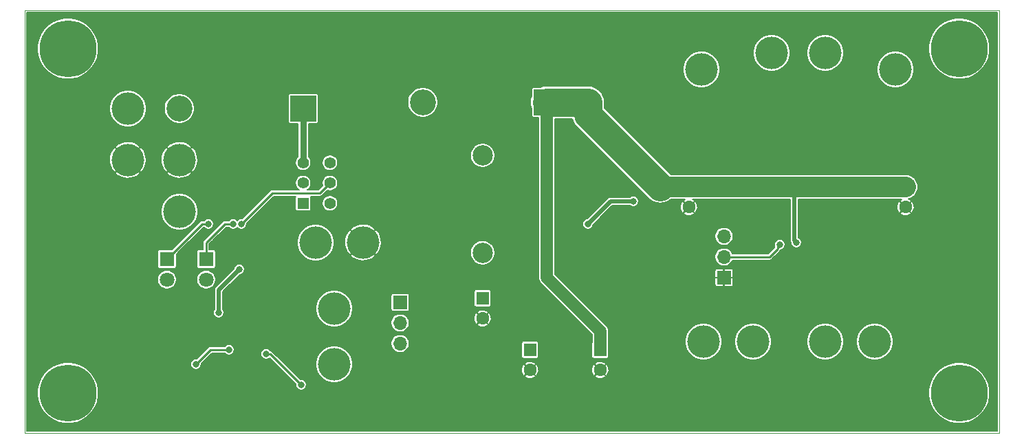
<source format=gbr>
G04 #@! TF.GenerationSoftware,KiCad,Pcbnew,(5.1.5)-3*
G04 #@! TF.CreationDate,2020-04-26T20:45:36-05:00*
G04 #@! TF.ProjectId,SolarBTSpeaker,536f6c61-7242-4545-9370-65616b65722e,1.0*
G04 #@! TF.SameCoordinates,Original*
G04 #@! TF.FileFunction,Copper,L2,Bot*
G04 #@! TF.FilePolarity,Positive*
%FSLAX46Y46*%
G04 Gerber Fmt 4.6, Leading zero omitted, Abs format (unit mm)*
G04 Created by KiCad (PCBNEW (5.1.5)-3) date 2020-04-26 20:45:36*
%MOMM*%
%LPD*%
G04 APERTURE LIST*
%ADD10C,0.050000*%
%ADD11C,7.000000*%
%ADD12C,0.800000*%
%ADD13R,1.600000X1.600000*%
%ADD14C,1.600000*%
%ADD15O,3.200000X3.200000*%
%ADD16R,3.200000X3.200000*%
%ADD17C,1.800000*%
%ADD18R,1.800000X1.800000*%
%ADD19C,4.000500*%
%ADD20R,1.700000X1.700000*%
%ADD21O,1.700000X1.700000*%
%ADD22C,2.500000*%
%ADD23R,1.400000X1.400000*%
%ADD24C,1.400000*%
%ADD25C,0.500000*%
%ADD26C,2.500000*%
%ADD27C,1.500000*%
%ADD28C,3.500000*%
%ADD29C,0.800000*%
%ADD30C,0.250000*%
%ADD31C,0.150000*%
G04 APERTURE END LIST*
D10*
X88138000Y-72263000D02*
X208153000Y-72263000D01*
X88138000Y-124333000D02*
X88138000Y-72263000D01*
X208153000Y-124333000D02*
X88138000Y-124333000D01*
X208153000Y-72263000D02*
X208153000Y-124333000D01*
D11*
X203200000Y-76962000D03*
D12*
X205825000Y-76962000D03*
X205056155Y-78818155D03*
X203200000Y-79587000D03*
X201343845Y-78818155D03*
X200575000Y-76962000D03*
X201343845Y-75105845D03*
X203200000Y-74337000D03*
X205056155Y-75105845D03*
X205056155Y-117523845D03*
X203200000Y-116755000D03*
X201343845Y-117523845D03*
X200575000Y-119380000D03*
X201343845Y-121236155D03*
X203200000Y-122005000D03*
X205056155Y-121236155D03*
X205825000Y-119380000D03*
D11*
X203200000Y-119380000D03*
X93472000Y-119380000D03*
D12*
X96097000Y-119380000D03*
X95328155Y-121236155D03*
X93472000Y-122005000D03*
X91615845Y-121236155D03*
X90847000Y-119380000D03*
X91615845Y-117523845D03*
X93472000Y-116755000D03*
X95328155Y-117523845D03*
X95328155Y-75105845D03*
X93472000Y-74337000D03*
X91615845Y-75105845D03*
X90847000Y-76962000D03*
X91615845Y-78818155D03*
X93472000Y-79587000D03*
X95328155Y-78818155D03*
X96097000Y-76962000D03*
D11*
X93472000Y-76962000D03*
D13*
X144526000Y-107696000D03*
D14*
X144526000Y-110196000D03*
D13*
X169926000Y-93980000D03*
D14*
X169926000Y-96480000D03*
X196596000Y-96480000D03*
D13*
X196596000Y-93980000D03*
D14*
X150368000Y-116546000D03*
D13*
X150368000Y-114046000D03*
X159004000Y-114046000D03*
D14*
X159004000Y-116546000D03*
D15*
X107188000Y-84328000D03*
D16*
X122428000Y-84328000D03*
D17*
X105664000Y-105410000D03*
D18*
X105664000Y-102870000D03*
X110490000Y-102870000D03*
D17*
X110490000Y-105410000D03*
D16*
X152400000Y-83566000D03*
D15*
X137160000Y-83566000D03*
D19*
X126238000Y-108966000D03*
X126238000Y-115824000D03*
X100838000Y-84328000D03*
X100838000Y-90678000D03*
X123952000Y-100838000D03*
X129794000Y-100838000D03*
X107188000Y-97028000D03*
X107188000Y-90678000D03*
X171450000Y-79502000D03*
X180086000Y-77470000D03*
X171704000Y-113030000D03*
X177800000Y-113030000D03*
X186690000Y-77470000D03*
X186690000Y-113030000D03*
X195326000Y-79502000D03*
X192786000Y-113030000D03*
D20*
X174244000Y-105156000D03*
D21*
X174244000Y-102616000D03*
X174244000Y-100076000D03*
D22*
X144526000Y-102108000D03*
X144526000Y-90108000D03*
D23*
X122428000Y-96012000D03*
D24*
X122428000Y-93512000D03*
X122428000Y-91012000D03*
X125728000Y-96012000D03*
X125728000Y-93512000D03*
X125728000Y-91012000D03*
D21*
X134366000Y-113284000D03*
X134366000Y-110744000D03*
D20*
X134366000Y-108204000D03*
D12*
X114554000Y-104140000D03*
X112014000Y-109474000D03*
X183134000Y-100838000D03*
X110744000Y-98552000D03*
X113792000Y-98552000D03*
X181102000Y-101092000D03*
X122174000Y-118364000D03*
X117856000Y-114554000D03*
X113284000Y-114046000D03*
X109220000Y-115824000D03*
X114808000Y-98552000D03*
X157480000Y-98552000D03*
X163068000Y-95758000D03*
D25*
X114554000Y-104140000D02*
X112014000Y-106680000D01*
X112014000Y-106680000D02*
X112014000Y-109474000D01*
D26*
X166390000Y-93980000D02*
X169926000Y-93980000D01*
X169926000Y-93980000D02*
X173226000Y-93980000D01*
D27*
X152400000Y-105142000D02*
X152400000Y-86666000D01*
X152400000Y-86666000D02*
X152400000Y-83566000D01*
X159004000Y-111746000D02*
X152400000Y-105142000D01*
X159004000Y-114046000D02*
X159004000Y-111746000D01*
D26*
X182880000Y-93980000D02*
X196596000Y-93980000D01*
X173226000Y-93980000D02*
X182880000Y-93980000D01*
D25*
X182880000Y-93980000D02*
X182880000Y-100584000D01*
X182880000Y-100584000D02*
X183134000Y-100838000D01*
D28*
X152400000Y-83566000D02*
X157500000Y-83566000D01*
X157500000Y-85090000D02*
X166390000Y-93980000D01*
X157500000Y-83566000D02*
X157500000Y-85090000D01*
D29*
X122428000Y-84328000D02*
X122428000Y-91012000D01*
D30*
X109982000Y-98552000D02*
X105664000Y-102870000D01*
X110744000Y-98552000D02*
X109982000Y-98552000D01*
X113792000Y-98552000D02*
X112776000Y-98552000D01*
X112776000Y-98552000D02*
X110490000Y-100838000D01*
X110490000Y-100838000D02*
X110490000Y-102870000D01*
X179806000Y-102616000D02*
X179832000Y-102616000D01*
X174244000Y-102616000D02*
X179832000Y-102616000D01*
X180702001Y-101745999D02*
X179832000Y-102616000D01*
X181102000Y-101092000D02*
X180848000Y-101346000D01*
X180848000Y-101600000D02*
X180702001Y-101745999D01*
X180848000Y-101346000D02*
X180848000Y-101600000D01*
X122174000Y-118364000D02*
X118364000Y-114554000D01*
X118364000Y-114554000D02*
X117856000Y-114554000D01*
X113284000Y-114046000D02*
X110998000Y-114046000D01*
X110998000Y-114046000D02*
X109220000Y-115824000D01*
X114808000Y-98552000D02*
X118618000Y-94742000D01*
X124498000Y-94742000D02*
X125728000Y-93512000D01*
X118618000Y-94742000D02*
X124498000Y-94742000D01*
D25*
X157480000Y-98552000D02*
X160274000Y-95758000D01*
X160274000Y-95758000D02*
X163068000Y-95758000D01*
D31*
G36*
X207903001Y-124083000D02*
G01*
X88388000Y-124083000D01*
X88388000Y-119008195D01*
X89697000Y-119008195D01*
X89697000Y-119751805D01*
X89842071Y-120481127D01*
X90126638Y-121168133D01*
X90539766Y-121786422D01*
X91065578Y-122312234D01*
X91683867Y-122725362D01*
X92370873Y-123009929D01*
X93100195Y-123155000D01*
X93843805Y-123155000D01*
X94573127Y-123009929D01*
X95260133Y-122725362D01*
X95878422Y-122312234D01*
X96404234Y-121786422D01*
X96817362Y-121168133D01*
X97101929Y-120481127D01*
X97247000Y-119751805D01*
X97247000Y-119008195D01*
X97101929Y-118278873D01*
X96817362Y-117591867D01*
X96404234Y-116973578D01*
X95878422Y-116447766D01*
X95260133Y-116034638D01*
X94591106Y-115757518D01*
X108545000Y-115757518D01*
X108545000Y-115890482D01*
X108570940Y-116020890D01*
X108621823Y-116143732D01*
X108695693Y-116254287D01*
X108789713Y-116348307D01*
X108900268Y-116422177D01*
X109023110Y-116473060D01*
X109153518Y-116499000D01*
X109286482Y-116499000D01*
X109416890Y-116473060D01*
X109539732Y-116422177D01*
X109650287Y-116348307D01*
X109744307Y-116254287D01*
X109818177Y-116143732D01*
X109869060Y-116020890D01*
X109895000Y-115890482D01*
X109895000Y-115757518D01*
X109887893Y-115721792D01*
X111163685Y-114446000D01*
X112739456Y-114446000D01*
X112759693Y-114476287D01*
X112853713Y-114570307D01*
X112964268Y-114644177D01*
X113087110Y-114695060D01*
X113217518Y-114721000D01*
X113350482Y-114721000D01*
X113480890Y-114695060D01*
X113603732Y-114644177D01*
X113714287Y-114570307D01*
X113797076Y-114487518D01*
X117181000Y-114487518D01*
X117181000Y-114620482D01*
X117206940Y-114750890D01*
X117257823Y-114873732D01*
X117331693Y-114984287D01*
X117425713Y-115078307D01*
X117536268Y-115152177D01*
X117659110Y-115203060D01*
X117789518Y-115229000D01*
X117922482Y-115229000D01*
X118052890Y-115203060D01*
X118175732Y-115152177D01*
X118286287Y-115078307D01*
X118304455Y-115060140D01*
X121506107Y-118261792D01*
X121499000Y-118297518D01*
X121499000Y-118430482D01*
X121524940Y-118560890D01*
X121575823Y-118683732D01*
X121649693Y-118794287D01*
X121743713Y-118888307D01*
X121854268Y-118962177D01*
X121977110Y-119013060D01*
X122107518Y-119039000D01*
X122240482Y-119039000D01*
X122370890Y-119013060D01*
X122382635Y-119008195D01*
X199425000Y-119008195D01*
X199425000Y-119751805D01*
X199570071Y-120481127D01*
X199854638Y-121168133D01*
X200267766Y-121786422D01*
X200793578Y-122312234D01*
X201411867Y-122725362D01*
X202098873Y-123009929D01*
X202828195Y-123155000D01*
X203571805Y-123155000D01*
X204301127Y-123009929D01*
X204988133Y-122725362D01*
X205606422Y-122312234D01*
X206132234Y-121786422D01*
X206545362Y-121168133D01*
X206829929Y-120481127D01*
X206975000Y-119751805D01*
X206975000Y-119008195D01*
X206829929Y-118278873D01*
X206545362Y-117591867D01*
X206132234Y-116973578D01*
X205606422Y-116447766D01*
X204988133Y-116034638D01*
X204301127Y-115750071D01*
X203571805Y-115605000D01*
X202828195Y-115605000D01*
X202098873Y-115750071D01*
X201411867Y-116034638D01*
X200793578Y-116447766D01*
X200267766Y-116973578D01*
X199854638Y-117591867D01*
X199570071Y-118278873D01*
X199425000Y-119008195D01*
X122382635Y-119008195D01*
X122493732Y-118962177D01*
X122604287Y-118888307D01*
X122698307Y-118794287D01*
X122772177Y-118683732D01*
X122823060Y-118560890D01*
X122849000Y-118430482D01*
X122849000Y-118297518D01*
X122823060Y-118167110D01*
X122772177Y-118044268D01*
X122698307Y-117933713D01*
X122604287Y-117839693D01*
X122493732Y-117765823D01*
X122370890Y-117714940D01*
X122240482Y-117689000D01*
X122107518Y-117689000D01*
X122071792Y-117696107D01*
X119975592Y-115599907D01*
X123962750Y-115599907D01*
X123962750Y-116048093D01*
X124050187Y-116487666D01*
X124221700Y-116901735D01*
X124470698Y-117274387D01*
X124787613Y-117591302D01*
X125160265Y-117840300D01*
X125574334Y-118011813D01*
X126013907Y-118099250D01*
X126462093Y-118099250D01*
X126901666Y-118011813D01*
X127315735Y-117840300D01*
X127688387Y-117591302D01*
X128001026Y-117278663D01*
X149670692Y-117278663D01*
X149753469Y-117434362D01*
X149938588Y-117537181D01*
X150140209Y-117601911D01*
X150350584Y-117626062D01*
X150561628Y-117608707D01*
X150765231Y-117550512D01*
X150953569Y-117453714D01*
X150982531Y-117434362D01*
X151065308Y-117278663D01*
X158306692Y-117278663D01*
X158389469Y-117434362D01*
X158574588Y-117537181D01*
X158776209Y-117601911D01*
X158986584Y-117626062D01*
X159197628Y-117608707D01*
X159401231Y-117550512D01*
X159589569Y-117453714D01*
X159618531Y-117434362D01*
X159701308Y-117278663D01*
X159004000Y-116581355D01*
X158306692Y-117278663D01*
X151065308Y-117278663D01*
X150368000Y-116581355D01*
X149670692Y-117278663D01*
X128001026Y-117278663D01*
X128005302Y-117274387D01*
X128254300Y-116901735D01*
X128408864Y-116528584D01*
X149287938Y-116528584D01*
X149305293Y-116739628D01*
X149363488Y-116943231D01*
X149460286Y-117131569D01*
X149479638Y-117160531D01*
X149635337Y-117243308D01*
X150332645Y-116546000D01*
X150403355Y-116546000D01*
X151100663Y-117243308D01*
X151256362Y-117160531D01*
X151359181Y-116975412D01*
X151423911Y-116773791D01*
X151448062Y-116563416D01*
X151445198Y-116528584D01*
X157923938Y-116528584D01*
X157941293Y-116739628D01*
X157999488Y-116943231D01*
X158096286Y-117131569D01*
X158115638Y-117160531D01*
X158271337Y-117243308D01*
X158968645Y-116546000D01*
X159039355Y-116546000D01*
X159736663Y-117243308D01*
X159892362Y-117160531D01*
X159995181Y-116975412D01*
X160059911Y-116773791D01*
X160084062Y-116563416D01*
X160066707Y-116352372D01*
X160008512Y-116148769D01*
X159911714Y-115960431D01*
X159892362Y-115931469D01*
X159736663Y-115848692D01*
X159039355Y-116546000D01*
X158968645Y-116546000D01*
X158271337Y-115848692D01*
X158115638Y-115931469D01*
X158012819Y-116116588D01*
X157948089Y-116318209D01*
X157923938Y-116528584D01*
X151445198Y-116528584D01*
X151430707Y-116352372D01*
X151372512Y-116148769D01*
X151275714Y-115960431D01*
X151256362Y-115931469D01*
X151100663Y-115848692D01*
X150403355Y-116546000D01*
X150332645Y-116546000D01*
X149635337Y-115848692D01*
X149479638Y-115931469D01*
X149376819Y-116116588D01*
X149312089Y-116318209D01*
X149287938Y-116528584D01*
X128408864Y-116528584D01*
X128425813Y-116487666D01*
X128513250Y-116048093D01*
X128513250Y-115813337D01*
X149670692Y-115813337D01*
X150368000Y-116510645D01*
X151065308Y-115813337D01*
X158306692Y-115813337D01*
X159004000Y-116510645D01*
X159701308Y-115813337D01*
X159618531Y-115657638D01*
X159433412Y-115554819D01*
X159231791Y-115490089D01*
X159021416Y-115465938D01*
X158810372Y-115483293D01*
X158606769Y-115541488D01*
X158418431Y-115638286D01*
X158389469Y-115657638D01*
X158306692Y-115813337D01*
X151065308Y-115813337D01*
X150982531Y-115657638D01*
X150797412Y-115554819D01*
X150595791Y-115490089D01*
X150385416Y-115465938D01*
X150174372Y-115483293D01*
X149970769Y-115541488D01*
X149782431Y-115638286D01*
X149753469Y-115657638D01*
X149670692Y-115813337D01*
X128513250Y-115813337D01*
X128513250Y-115599907D01*
X128425813Y-115160334D01*
X128254300Y-114746265D01*
X128005302Y-114373613D01*
X127688387Y-114056698D01*
X127315735Y-113807700D01*
X126901666Y-113636187D01*
X126462093Y-113548750D01*
X126013907Y-113548750D01*
X125574334Y-113636187D01*
X125160265Y-113807700D01*
X124787613Y-114056698D01*
X124470698Y-114373613D01*
X124221700Y-114746265D01*
X124050187Y-115160334D01*
X123962750Y-115599907D01*
X119975592Y-115599907D01*
X118660737Y-114285052D01*
X118648211Y-114269789D01*
X118587303Y-114219803D01*
X118517814Y-114182660D01*
X118442414Y-114159788D01*
X118401734Y-114155781D01*
X118380307Y-114123713D01*
X118286287Y-114029693D01*
X118175732Y-113955823D01*
X118052890Y-113904940D01*
X117922482Y-113879000D01*
X117789518Y-113879000D01*
X117659110Y-113904940D01*
X117536268Y-113955823D01*
X117425713Y-114029693D01*
X117331693Y-114123713D01*
X117257823Y-114234268D01*
X117206940Y-114357110D01*
X117181000Y-114487518D01*
X113797076Y-114487518D01*
X113808307Y-114476287D01*
X113882177Y-114365732D01*
X113933060Y-114242890D01*
X113959000Y-114112482D01*
X113959000Y-113979518D01*
X113933060Y-113849110D01*
X113882177Y-113726268D01*
X113808307Y-113615713D01*
X113714287Y-113521693D01*
X113603732Y-113447823D01*
X113480890Y-113396940D01*
X113350482Y-113371000D01*
X113217518Y-113371000D01*
X113087110Y-113396940D01*
X112964268Y-113447823D01*
X112853713Y-113521693D01*
X112759693Y-113615713D01*
X112739456Y-113646000D01*
X111017647Y-113646000D01*
X110998000Y-113644065D01*
X110978353Y-113646000D01*
X110919586Y-113651788D01*
X110844186Y-113674660D01*
X110774697Y-113711803D01*
X110713789Y-113761789D01*
X110701263Y-113777052D01*
X109322208Y-115156107D01*
X109286482Y-115149000D01*
X109153518Y-115149000D01*
X109023110Y-115174940D01*
X108900268Y-115225823D01*
X108789713Y-115299693D01*
X108695693Y-115393713D01*
X108621823Y-115504268D01*
X108570940Y-115627110D01*
X108545000Y-115757518D01*
X94591106Y-115757518D01*
X94573127Y-115750071D01*
X93843805Y-115605000D01*
X93100195Y-115605000D01*
X92370873Y-115750071D01*
X91683867Y-116034638D01*
X91065578Y-116447766D01*
X90539766Y-116973578D01*
X90126638Y-117591867D01*
X89842071Y-118278873D01*
X89697000Y-119008195D01*
X88388000Y-119008195D01*
X88388000Y-113173197D01*
X133241000Y-113173197D01*
X133241000Y-113394803D01*
X133284233Y-113612150D01*
X133369038Y-113816887D01*
X133492156Y-114001145D01*
X133648855Y-114157844D01*
X133833113Y-114280962D01*
X134037850Y-114365767D01*
X134255197Y-114409000D01*
X134476803Y-114409000D01*
X134694150Y-114365767D01*
X134898887Y-114280962D01*
X135083145Y-114157844D01*
X135239844Y-114001145D01*
X135362962Y-113816887D01*
X135447767Y-113612150D01*
X135491000Y-113394803D01*
X135491000Y-113246000D01*
X149291670Y-113246000D01*
X149291670Y-114846000D01*
X149296980Y-114899909D01*
X149312704Y-114951747D01*
X149338240Y-114999521D01*
X149372605Y-115041395D01*
X149414479Y-115075760D01*
X149462253Y-115101296D01*
X149514091Y-115117020D01*
X149568000Y-115122330D01*
X151168000Y-115122330D01*
X151221909Y-115117020D01*
X151273747Y-115101296D01*
X151321521Y-115075760D01*
X151363395Y-115041395D01*
X151397760Y-114999521D01*
X151423296Y-114951747D01*
X151439020Y-114899909D01*
X151444330Y-114846000D01*
X151444330Y-113246000D01*
X151439020Y-113192091D01*
X151423296Y-113140253D01*
X151397760Y-113092479D01*
X151363395Y-113050605D01*
X151321521Y-113016240D01*
X151273747Y-112990704D01*
X151221909Y-112974980D01*
X151168000Y-112969670D01*
X149568000Y-112969670D01*
X149514091Y-112974980D01*
X149462253Y-112990704D01*
X149414479Y-113016240D01*
X149372605Y-113050605D01*
X149338240Y-113092479D01*
X149312704Y-113140253D01*
X149296980Y-113192091D01*
X149291670Y-113246000D01*
X135491000Y-113246000D01*
X135491000Y-113173197D01*
X135447767Y-112955850D01*
X135362962Y-112751113D01*
X135239844Y-112566855D01*
X135083145Y-112410156D01*
X134898887Y-112287038D01*
X134694150Y-112202233D01*
X134476803Y-112159000D01*
X134255197Y-112159000D01*
X134037850Y-112202233D01*
X133833113Y-112287038D01*
X133648855Y-112410156D01*
X133492156Y-112566855D01*
X133369038Y-112751113D01*
X133284233Y-112955850D01*
X133241000Y-113173197D01*
X88388000Y-113173197D01*
X88388000Y-109407518D01*
X111339000Y-109407518D01*
X111339000Y-109540482D01*
X111364940Y-109670890D01*
X111415823Y-109793732D01*
X111489693Y-109904287D01*
X111583713Y-109998307D01*
X111694268Y-110072177D01*
X111817110Y-110123060D01*
X111947518Y-110149000D01*
X112080482Y-110149000D01*
X112210890Y-110123060D01*
X112333732Y-110072177D01*
X112444287Y-109998307D01*
X112538307Y-109904287D01*
X112612177Y-109793732D01*
X112663060Y-109670890D01*
X112689000Y-109540482D01*
X112689000Y-109407518D01*
X112663060Y-109277110D01*
X112612177Y-109154268D01*
X112539000Y-109044750D01*
X112539000Y-108741907D01*
X123962750Y-108741907D01*
X123962750Y-109190093D01*
X124050187Y-109629666D01*
X124221700Y-110043735D01*
X124470698Y-110416387D01*
X124787613Y-110733302D01*
X125160265Y-110982300D01*
X125574334Y-111153813D01*
X126013907Y-111241250D01*
X126462093Y-111241250D01*
X126901666Y-111153813D01*
X127315735Y-110982300D01*
X127688387Y-110733302D01*
X127788492Y-110633197D01*
X133241000Y-110633197D01*
X133241000Y-110854803D01*
X133284233Y-111072150D01*
X133369038Y-111276887D01*
X133492156Y-111461145D01*
X133648855Y-111617844D01*
X133833113Y-111740962D01*
X134037850Y-111825767D01*
X134255197Y-111869000D01*
X134476803Y-111869000D01*
X134694150Y-111825767D01*
X134898887Y-111740962D01*
X135083145Y-111617844D01*
X135239844Y-111461145D01*
X135362962Y-111276887D01*
X135447767Y-111072150D01*
X135476308Y-110928663D01*
X143828692Y-110928663D01*
X143911469Y-111084362D01*
X144096588Y-111187181D01*
X144298209Y-111251911D01*
X144508584Y-111276062D01*
X144719628Y-111258707D01*
X144923231Y-111200512D01*
X145111569Y-111103714D01*
X145140531Y-111084362D01*
X145223308Y-110928663D01*
X144526000Y-110231355D01*
X143828692Y-110928663D01*
X135476308Y-110928663D01*
X135491000Y-110854803D01*
X135491000Y-110633197D01*
X135447767Y-110415850D01*
X135362962Y-110211113D01*
X135341227Y-110178584D01*
X143445938Y-110178584D01*
X143463293Y-110389628D01*
X143521488Y-110593231D01*
X143618286Y-110781569D01*
X143637638Y-110810531D01*
X143793337Y-110893308D01*
X144490645Y-110196000D01*
X144561355Y-110196000D01*
X145258663Y-110893308D01*
X145414362Y-110810531D01*
X145517181Y-110625412D01*
X145581911Y-110423791D01*
X145606062Y-110213416D01*
X145588707Y-110002372D01*
X145530512Y-109798769D01*
X145433714Y-109610431D01*
X145414362Y-109581469D01*
X145258663Y-109498692D01*
X144561355Y-110196000D01*
X144490645Y-110196000D01*
X143793337Y-109498692D01*
X143637638Y-109581469D01*
X143534819Y-109766588D01*
X143470089Y-109968209D01*
X143445938Y-110178584D01*
X135341227Y-110178584D01*
X135239844Y-110026855D01*
X135083145Y-109870156D01*
X134898887Y-109747038D01*
X134694150Y-109662233D01*
X134476803Y-109619000D01*
X134255197Y-109619000D01*
X134037850Y-109662233D01*
X133833113Y-109747038D01*
X133648855Y-109870156D01*
X133492156Y-110026855D01*
X133369038Y-110211113D01*
X133284233Y-110415850D01*
X133241000Y-110633197D01*
X127788492Y-110633197D01*
X128005302Y-110416387D01*
X128254300Y-110043735D01*
X128425813Y-109629666D01*
X128458898Y-109463337D01*
X143828692Y-109463337D01*
X144526000Y-110160645D01*
X145223308Y-109463337D01*
X145140531Y-109307638D01*
X144955412Y-109204819D01*
X144753791Y-109140089D01*
X144543416Y-109115938D01*
X144332372Y-109133293D01*
X144128769Y-109191488D01*
X143940431Y-109288286D01*
X143911469Y-109307638D01*
X143828692Y-109463337D01*
X128458898Y-109463337D01*
X128513250Y-109190093D01*
X128513250Y-108741907D01*
X128425813Y-108302334D01*
X128254300Y-107888265D01*
X128005302Y-107515613D01*
X127843689Y-107354000D01*
X133239670Y-107354000D01*
X133239670Y-109054000D01*
X133244980Y-109107909D01*
X133260704Y-109159747D01*
X133286240Y-109207521D01*
X133320605Y-109249395D01*
X133362479Y-109283760D01*
X133410253Y-109309296D01*
X133462091Y-109325020D01*
X133516000Y-109330330D01*
X135216000Y-109330330D01*
X135269909Y-109325020D01*
X135321747Y-109309296D01*
X135369521Y-109283760D01*
X135411395Y-109249395D01*
X135445760Y-109207521D01*
X135471296Y-109159747D01*
X135487020Y-109107909D01*
X135492330Y-109054000D01*
X135492330Y-107354000D01*
X135487020Y-107300091D01*
X135471296Y-107248253D01*
X135445760Y-107200479D01*
X135411395Y-107158605D01*
X135369521Y-107124240D01*
X135321747Y-107098704D01*
X135269909Y-107082980D01*
X135216000Y-107077670D01*
X133516000Y-107077670D01*
X133462091Y-107082980D01*
X133410253Y-107098704D01*
X133362479Y-107124240D01*
X133320605Y-107158605D01*
X133286240Y-107200479D01*
X133260704Y-107248253D01*
X133244980Y-107300091D01*
X133239670Y-107354000D01*
X127843689Y-107354000D01*
X127688387Y-107198698D01*
X127315735Y-106949700D01*
X127186092Y-106896000D01*
X143449670Y-106896000D01*
X143449670Y-108496000D01*
X143454980Y-108549909D01*
X143470704Y-108601747D01*
X143496240Y-108649521D01*
X143530605Y-108691395D01*
X143572479Y-108725760D01*
X143620253Y-108751296D01*
X143672091Y-108767020D01*
X143726000Y-108772330D01*
X145326000Y-108772330D01*
X145379909Y-108767020D01*
X145431747Y-108751296D01*
X145479521Y-108725760D01*
X145521395Y-108691395D01*
X145555760Y-108649521D01*
X145581296Y-108601747D01*
X145597020Y-108549909D01*
X145602330Y-108496000D01*
X145602330Y-106896000D01*
X145597020Y-106842091D01*
X145581296Y-106790253D01*
X145555760Y-106742479D01*
X145521395Y-106700605D01*
X145479521Y-106666240D01*
X145431747Y-106640704D01*
X145379909Y-106624980D01*
X145326000Y-106619670D01*
X143726000Y-106619670D01*
X143672091Y-106624980D01*
X143620253Y-106640704D01*
X143572479Y-106666240D01*
X143530605Y-106700605D01*
X143496240Y-106742479D01*
X143470704Y-106790253D01*
X143454980Y-106842091D01*
X143449670Y-106896000D01*
X127186092Y-106896000D01*
X126901666Y-106778187D01*
X126462093Y-106690750D01*
X126013907Y-106690750D01*
X125574334Y-106778187D01*
X125160265Y-106949700D01*
X124787613Y-107198698D01*
X124470698Y-107515613D01*
X124221700Y-107888265D01*
X124050187Y-108302334D01*
X123962750Y-108741907D01*
X112539000Y-108741907D01*
X112539000Y-106897461D01*
X114621705Y-104814757D01*
X114750890Y-104789060D01*
X114873732Y-104738177D01*
X114984287Y-104664307D01*
X115078307Y-104570287D01*
X115152177Y-104459732D01*
X115203060Y-104336890D01*
X115229000Y-104206482D01*
X115229000Y-104073518D01*
X115203060Y-103943110D01*
X115152177Y-103820268D01*
X115078307Y-103709713D01*
X114984287Y-103615693D01*
X114873732Y-103541823D01*
X114750890Y-103490940D01*
X114620482Y-103465000D01*
X114487518Y-103465000D01*
X114357110Y-103490940D01*
X114234268Y-103541823D01*
X114123713Y-103615693D01*
X114029693Y-103709713D01*
X113955823Y-103820268D01*
X113904940Y-103943110D01*
X113879243Y-104072295D01*
X111661010Y-106290529D01*
X111640973Y-106306973D01*
X111575367Y-106386914D01*
X111526617Y-106478120D01*
X111496597Y-106577083D01*
X111489000Y-106654213D01*
X111489000Y-106654220D01*
X111486461Y-106680000D01*
X111489000Y-106705780D01*
X111489001Y-109044749D01*
X111415823Y-109154268D01*
X111364940Y-109277110D01*
X111339000Y-109407518D01*
X88388000Y-109407518D01*
X88388000Y-105294273D01*
X104489000Y-105294273D01*
X104489000Y-105525727D01*
X104534155Y-105752735D01*
X104622729Y-105966571D01*
X104751318Y-106159019D01*
X104914981Y-106322682D01*
X105107429Y-106451271D01*
X105321265Y-106539845D01*
X105548273Y-106585000D01*
X105779727Y-106585000D01*
X106006735Y-106539845D01*
X106220571Y-106451271D01*
X106413019Y-106322682D01*
X106576682Y-106159019D01*
X106705271Y-105966571D01*
X106793845Y-105752735D01*
X106839000Y-105525727D01*
X106839000Y-105294273D01*
X109315000Y-105294273D01*
X109315000Y-105525727D01*
X109360155Y-105752735D01*
X109448729Y-105966571D01*
X109577318Y-106159019D01*
X109740981Y-106322682D01*
X109933429Y-106451271D01*
X110147265Y-106539845D01*
X110374273Y-106585000D01*
X110605727Y-106585000D01*
X110832735Y-106539845D01*
X111046571Y-106451271D01*
X111239019Y-106322682D01*
X111402682Y-106159019D01*
X111531271Y-105966571D01*
X111619845Y-105752735D01*
X111665000Y-105525727D01*
X111665000Y-105294273D01*
X111619845Y-105067265D01*
X111531271Y-104853429D01*
X111402682Y-104660981D01*
X111239019Y-104497318D01*
X111046571Y-104368729D01*
X110832735Y-104280155D01*
X110605727Y-104235000D01*
X110374273Y-104235000D01*
X110147265Y-104280155D01*
X109933429Y-104368729D01*
X109740981Y-104497318D01*
X109577318Y-104660981D01*
X109448729Y-104853429D01*
X109360155Y-105067265D01*
X109315000Y-105294273D01*
X106839000Y-105294273D01*
X106793845Y-105067265D01*
X106705271Y-104853429D01*
X106576682Y-104660981D01*
X106413019Y-104497318D01*
X106220571Y-104368729D01*
X106006735Y-104280155D01*
X105779727Y-104235000D01*
X105548273Y-104235000D01*
X105321265Y-104280155D01*
X105107429Y-104368729D01*
X104914981Y-104497318D01*
X104751318Y-104660981D01*
X104622729Y-104853429D01*
X104534155Y-105067265D01*
X104489000Y-105294273D01*
X88388000Y-105294273D01*
X88388000Y-101970000D01*
X104487670Y-101970000D01*
X104487670Y-103770000D01*
X104492980Y-103823909D01*
X104508704Y-103875747D01*
X104534240Y-103923521D01*
X104568605Y-103965395D01*
X104610479Y-103999760D01*
X104658253Y-104025296D01*
X104710091Y-104041020D01*
X104764000Y-104046330D01*
X106564000Y-104046330D01*
X106617909Y-104041020D01*
X106669747Y-104025296D01*
X106717521Y-103999760D01*
X106759395Y-103965395D01*
X106793760Y-103923521D01*
X106819296Y-103875747D01*
X106835020Y-103823909D01*
X106840330Y-103770000D01*
X106840330Y-102259355D01*
X107129685Y-101970000D01*
X109313670Y-101970000D01*
X109313670Y-103770000D01*
X109318980Y-103823909D01*
X109334704Y-103875747D01*
X109360240Y-103923521D01*
X109394605Y-103965395D01*
X109436479Y-103999760D01*
X109484253Y-104025296D01*
X109536091Y-104041020D01*
X109590000Y-104046330D01*
X111390000Y-104046330D01*
X111443909Y-104041020D01*
X111495747Y-104025296D01*
X111543521Y-103999760D01*
X111585395Y-103965395D01*
X111619760Y-103923521D01*
X111645296Y-103875747D01*
X111661020Y-103823909D01*
X111666330Y-103770000D01*
X111666330Y-101970000D01*
X111661020Y-101916091D01*
X111645296Y-101864253D01*
X111619760Y-101816479D01*
X111585395Y-101774605D01*
X111543521Y-101740240D01*
X111495747Y-101714704D01*
X111443909Y-101698980D01*
X111390000Y-101693670D01*
X110890000Y-101693670D01*
X110890000Y-101003685D01*
X111279778Y-100613907D01*
X121676750Y-100613907D01*
X121676750Y-101062093D01*
X121764187Y-101501666D01*
X121935700Y-101915735D01*
X122184698Y-102288387D01*
X122501613Y-102605302D01*
X122874265Y-102854300D01*
X123288334Y-103025813D01*
X123727907Y-103113250D01*
X124176093Y-103113250D01*
X124615666Y-103025813D01*
X125029735Y-102854300D01*
X125402387Y-102605302D01*
X125584095Y-102423594D01*
X128243762Y-102423594D01*
X128470476Y-102702206D01*
X128859596Y-102924592D01*
X129284624Y-103066792D01*
X129729228Y-103123341D01*
X130176320Y-103092065D01*
X130608721Y-102974167D01*
X131009811Y-102774178D01*
X131117524Y-102702206D01*
X131344238Y-102423594D01*
X129794000Y-100873355D01*
X128243762Y-102423594D01*
X125584095Y-102423594D01*
X125719302Y-102288387D01*
X125968300Y-101915735D01*
X126139813Y-101501666D01*
X126227250Y-101062093D01*
X126227250Y-100773228D01*
X127508659Y-100773228D01*
X127539935Y-101220320D01*
X127657833Y-101652721D01*
X127857822Y-102053811D01*
X127929794Y-102161524D01*
X128208406Y-102388238D01*
X129758645Y-100838000D01*
X129829355Y-100838000D01*
X131379594Y-102388238D01*
X131658206Y-102161524D01*
X131774635Y-101957801D01*
X143001000Y-101957801D01*
X143001000Y-102258199D01*
X143059605Y-102552826D01*
X143174562Y-102830358D01*
X143341455Y-103080131D01*
X143553869Y-103292545D01*
X143803642Y-103459438D01*
X144081174Y-103574395D01*
X144375801Y-103633000D01*
X144676199Y-103633000D01*
X144970826Y-103574395D01*
X145248358Y-103459438D01*
X145498131Y-103292545D01*
X145710545Y-103080131D01*
X145877438Y-102830358D01*
X145992395Y-102552826D01*
X146051000Y-102258199D01*
X146051000Y-101957801D01*
X145992395Y-101663174D01*
X145877438Y-101385642D01*
X145710545Y-101135869D01*
X145498131Y-100923455D01*
X145248358Y-100756562D01*
X144970826Y-100641605D01*
X144676199Y-100583000D01*
X144375801Y-100583000D01*
X144081174Y-100641605D01*
X143803642Y-100756562D01*
X143553869Y-100923455D01*
X143341455Y-101135869D01*
X143174562Y-101385642D01*
X143059605Y-101663174D01*
X143001000Y-101957801D01*
X131774635Y-101957801D01*
X131880592Y-101772404D01*
X132022792Y-101347376D01*
X132079341Y-100902772D01*
X132048065Y-100455680D01*
X131930167Y-100023279D01*
X131730178Y-99622189D01*
X131658206Y-99514476D01*
X131379594Y-99287762D01*
X129829355Y-100838000D01*
X129758645Y-100838000D01*
X128208406Y-99287762D01*
X127929794Y-99514476D01*
X127707408Y-99903596D01*
X127565208Y-100328624D01*
X127508659Y-100773228D01*
X126227250Y-100773228D01*
X126227250Y-100613907D01*
X126139813Y-100174334D01*
X125968300Y-99760265D01*
X125719302Y-99387613D01*
X125584095Y-99252406D01*
X128243762Y-99252406D01*
X129794000Y-100802645D01*
X131344238Y-99252406D01*
X131117524Y-98973794D01*
X130728404Y-98751408D01*
X130303376Y-98609208D01*
X129858772Y-98552659D01*
X129411680Y-98583935D01*
X128979279Y-98701833D01*
X128578189Y-98901822D01*
X128470476Y-98973794D01*
X128243762Y-99252406D01*
X125584095Y-99252406D01*
X125402387Y-99070698D01*
X125029735Y-98821700D01*
X124615666Y-98650187D01*
X124176093Y-98562750D01*
X123727907Y-98562750D01*
X123288334Y-98650187D01*
X122874265Y-98821700D01*
X122501613Y-99070698D01*
X122184698Y-99387613D01*
X121935700Y-99760265D01*
X121764187Y-100174334D01*
X121676750Y-100613907D01*
X111279778Y-100613907D01*
X112941686Y-98952000D01*
X113247456Y-98952000D01*
X113267693Y-98982287D01*
X113361713Y-99076307D01*
X113472268Y-99150177D01*
X113595110Y-99201060D01*
X113725518Y-99227000D01*
X113858482Y-99227000D01*
X113988890Y-99201060D01*
X114111732Y-99150177D01*
X114222287Y-99076307D01*
X114300000Y-98998594D01*
X114377713Y-99076307D01*
X114488268Y-99150177D01*
X114611110Y-99201060D01*
X114741518Y-99227000D01*
X114874482Y-99227000D01*
X115004890Y-99201060D01*
X115127732Y-99150177D01*
X115238287Y-99076307D01*
X115332307Y-98982287D01*
X115406177Y-98871732D01*
X115457060Y-98748890D01*
X115483000Y-98618482D01*
X115483000Y-98485518D01*
X115475893Y-98449792D01*
X118783685Y-95142000D01*
X121511764Y-95142000D01*
X121498240Y-95158479D01*
X121472704Y-95206253D01*
X121456980Y-95258091D01*
X121451670Y-95312000D01*
X121451670Y-96712000D01*
X121456980Y-96765909D01*
X121472704Y-96817747D01*
X121498240Y-96865521D01*
X121532605Y-96907395D01*
X121574479Y-96941760D01*
X121622253Y-96967296D01*
X121674091Y-96983020D01*
X121728000Y-96988330D01*
X123128000Y-96988330D01*
X123181909Y-96983020D01*
X123233747Y-96967296D01*
X123281521Y-96941760D01*
X123323395Y-96907395D01*
X123357760Y-96865521D01*
X123383296Y-96817747D01*
X123399020Y-96765909D01*
X123404330Y-96712000D01*
X123404330Y-95915971D01*
X124753000Y-95915971D01*
X124753000Y-96108029D01*
X124790468Y-96296397D01*
X124863966Y-96473836D01*
X124970668Y-96633527D01*
X125106473Y-96769332D01*
X125266164Y-96876034D01*
X125443603Y-96949532D01*
X125631971Y-96987000D01*
X125824029Y-96987000D01*
X126012397Y-96949532D01*
X126189836Y-96876034D01*
X126349527Y-96769332D01*
X126485332Y-96633527D01*
X126592034Y-96473836D01*
X126665532Y-96296397D01*
X126703000Y-96108029D01*
X126703000Y-95915971D01*
X126665532Y-95727603D01*
X126592034Y-95550164D01*
X126485332Y-95390473D01*
X126349527Y-95254668D01*
X126189836Y-95147966D01*
X126012397Y-95074468D01*
X125824029Y-95037000D01*
X125631971Y-95037000D01*
X125443603Y-95074468D01*
X125266164Y-95147966D01*
X125106473Y-95254668D01*
X124970668Y-95390473D01*
X124863966Y-95550164D01*
X124790468Y-95727603D01*
X124753000Y-95915971D01*
X123404330Y-95915971D01*
X123404330Y-95312000D01*
X123399020Y-95258091D01*
X123383296Y-95206253D01*
X123357760Y-95158479D01*
X123344236Y-95142000D01*
X124478354Y-95142000D01*
X124498000Y-95143935D01*
X124517646Y-95142000D01*
X124517647Y-95142000D01*
X124576414Y-95136212D01*
X124651814Y-95113340D01*
X124721303Y-95076197D01*
X124782211Y-95026211D01*
X124794737Y-95010948D01*
X125381767Y-94423918D01*
X125443603Y-94449532D01*
X125631971Y-94487000D01*
X125824029Y-94487000D01*
X126012397Y-94449532D01*
X126189836Y-94376034D01*
X126349527Y-94269332D01*
X126485332Y-94133527D01*
X126592034Y-93973836D01*
X126665532Y-93796397D01*
X126703000Y-93608029D01*
X126703000Y-93415971D01*
X126665532Y-93227603D01*
X126592034Y-93050164D01*
X126485332Y-92890473D01*
X126349527Y-92754668D01*
X126189836Y-92647966D01*
X126012397Y-92574468D01*
X125824029Y-92537000D01*
X125631971Y-92537000D01*
X125443603Y-92574468D01*
X125266164Y-92647966D01*
X125106473Y-92754668D01*
X124970668Y-92890473D01*
X124863966Y-93050164D01*
X124790468Y-93227603D01*
X124753000Y-93415971D01*
X124753000Y-93608029D01*
X124790468Y-93796397D01*
X124816082Y-93858233D01*
X124332315Y-94342000D01*
X122940772Y-94342000D01*
X123049527Y-94269332D01*
X123185332Y-94133527D01*
X123292034Y-93973836D01*
X123365532Y-93796397D01*
X123403000Y-93608029D01*
X123403000Y-93415971D01*
X123365532Y-93227603D01*
X123292034Y-93050164D01*
X123185332Y-92890473D01*
X123049527Y-92754668D01*
X122889836Y-92647966D01*
X122712397Y-92574468D01*
X122524029Y-92537000D01*
X122331971Y-92537000D01*
X122143603Y-92574468D01*
X121966164Y-92647966D01*
X121806473Y-92754668D01*
X121670668Y-92890473D01*
X121563966Y-93050164D01*
X121490468Y-93227603D01*
X121453000Y-93415971D01*
X121453000Y-93608029D01*
X121490468Y-93796397D01*
X121563966Y-93973836D01*
X121670668Y-94133527D01*
X121806473Y-94269332D01*
X121915228Y-94342000D01*
X118637647Y-94342000D01*
X118618000Y-94340065D01*
X118598353Y-94342000D01*
X118539586Y-94347788D01*
X118464186Y-94370660D01*
X118394697Y-94407803D01*
X118333789Y-94457789D01*
X118321265Y-94473050D01*
X114910208Y-97884107D01*
X114874482Y-97877000D01*
X114741518Y-97877000D01*
X114611110Y-97902940D01*
X114488268Y-97953823D01*
X114377713Y-98027693D01*
X114300000Y-98105406D01*
X114222287Y-98027693D01*
X114111732Y-97953823D01*
X113988890Y-97902940D01*
X113858482Y-97877000D01*
X113725518Y-97877000D01*
X113595110Y-97902940D01*
X113472268Y-97953823D01*
X113361713Y-98027693D01*
X113267693Y-98121713D01*
X113247456Y-98152000D01*
X112795635Y-98152000D01*
X112775999Y-98150066D01*
X112756363Y-98152000D01*
X112756353Y-98152000D01*
X112697586Y-98157788D01*
X112622186Y-98180660D01*
X112552697Y-98217803D01*
X112552695Y-98217804D01*
X112552696Y-98217804D01*
X112507049Y-98255265D01*
X112507047Y-98255267D01*
X112491789Y-98267789D01*
X112479267Y-98283047D01*
X110221052Y-100541263D01*
X110205789Y-100553789D01*
X110155803Y-100614698D01*
X110118660Y-100684187D01*
X110096706Y-100756562D01*
X110095788Y-100759587D01*
X110088065Y-100838000D01*
X110090000Y-100857647D01*
X110090000Y-101693670D01*
X109590000Y-101693670D01*
X109536091Y-101698980D01*
X109484253Y-101714704D01*
X109436479Y-101740240D01*
X109394605Y-101774605D01*
X109360240Y-101816479D01*
X109334704Y-101864253D01*
X109318980Y-101916091D01*
X109313670Y-101970000D01*
X107129685Y-101970000D01*
X110147686Y-98952000D01*
X110199456Y-98952000D01*
X110219693Y-98982287D01*
X110313713Y-99076307D01*
X110424268Y-99150177D01*
X110547110Y-99201060D01*
X110677518Y-99227000D01*
X110810482Y-99227000D01*
X110940890Y-99201060D01*
X111063732Y-99150177D01*
X111174287Y-99076307D01*
X111268307Y-98982287D01*
X111342177Y-98871732D01*
X111393060Y-98748890D01*
X111419000Y-98618482D01*
X111419000Y-98485518D01*
X111393060Y-98355110D01*
X111342177Y-98232268D01*
X111268307Y-98121713D01*
X111174287Y-98027693D01*
X111063732Y-97953823D01*
X110940890Y-97902940D01*
X110810482Y-97877000D01*
X110677518Y-97877000D01*
X110547110Y-97902940D01*
X110424268Y-97953823D01*
X110313713Y-98027693D01*
X110219693Y-98121713D01*
X110199456Y-98152000D01*
X110001635Y-98152000D01*
X109981999Y-98150066D01*
X109962363Y-98152000D01*
X109962353Y-98152000D01*
X109903586Y-98157788D01*
X109828186Y-98180660D01*
X109758697Y-98217803D01*
X109758695Y-98217804D01*
X109758696Y-98217804D01*
X109713049Y-98255265D01*
X109713047Y-98255267D01*
X109697789Y-98267789D01*
X109685267Y-98283047D01*
X106274645Y-101693670D01*
X104764000Y-101693670D01*
X104710091Y-101698980D01*
X104658253Y-101714704D01*
X104610479Y-101740240D01*
X104568605Y-101774605D01*
X104534240Y-101816479D01*
X104508704Y-101864253D01*
X104492980Y-101916091D01*
X104487670Y-101970000D01*
X88388000Y-101970000D01*
X88388000Y-96803907D01*
X104912750Y-96803907D01*
X104912750Y-97252093D01*
X105000187Y-97691666D01*
X105171700Y-98105735D01*
X105420698Y-98478387D01*
X105737613Y-98795302D01*
X106110265Y-99044300D01*
X106524334Y-99215813D01*
X106963907Y-99303250D01*
X107412093Y-99303250D01*
X107851666Y-99215813D01*
X108265735Y-99044300D01*
X108638387Y-98795302D01*
X108955302Y-98478387D01*
X109204300Y-98105735D01*
X109375813Y-97691666D01*
X109463250Y-97252093D01*
X109463250Y-96803907D01*
X109375813Y-96364334D01*
X109204300Y-95950265D01*
X108955302Y-95577613D01*
X108638387Y-95260698D01*
X108265735Y-95011700D01*
X107851666Y-94840187D01*
X107412093Y-94752750D01*
X106963907Y-94752750D01*
X106524334Y-94840187D01*
X106110265Y-95011700D01*
X105737613Y-95260698D01*
X105420698Y-95577613D01*
X105171700Y-95950265D01*
X105000187Y-96364334D01*
X104912750Y-96803907D01*
X88388000Y-96803907D01*
X88388000Y-92263594D01*
X99287762Y-92263594D01*
X99514476Y-92542206D01*
X99903596Y-92764592D01*
X100328624Y-92906792D01*
X100773228Y-92963341D01*
X101220320Y-92932065D01*
X101652721Y-92814167D01*
X102053811Y-92614178D01*
X102161524Y-92542206D01*
X102388238Y-92263594D01*
X105637762Y-92263594D01*
X105864476Y-92542206D01*
X106253596Y-92764592D01*
X106678624Y-92906792D01*
X107123228Y-92963341D01*
X107570320Y-92932065D01*
X108002721Y-92814167D01*
X108403811Y-92614178D01*
X108511524Y-92542206D01*
X108738238Y-92263594D01*
X107188000Y-90713355D01*
X105637762Y-92263594D01*
X102388238Y-92263594D01*
X100838000Y-90713355D01*
X99287762Y-92263594D01*
X88388000Y-92263594D01*
X88388000Y-90613228D01*
X98552659Y-90613228D01*
X98583935Y-91060320D01*
X98701833Y-91492721D01*
X98901822Y-91893811D01*
X98973794Y-92001524D01*
X99252406Y-92228238D01*
X100802645Y-90678000D01*
X100873355Y-90678000D01*
X102423594Y-92228238D01*
X102702206Y-92001524D01*
X102924592Y-91612404D01*
X103066792Y-91187376D01*
X103123341Y-90742772D01*
X103114279Y-90613228D01*
X104902659Y-90613228D01*
X104933935Y-91060320D01*
X105051833Y-91492721D01*
X105251822Y-91893811D01*
X105323794Y-92001524D01*
X105602406Y-92228238D01*
X107152645Y-90678000D01*
X107223355Y-90678000D01*
X108773594Y-92228238D01*
X109052206Y-92001524D01*
X109274592Y-91612404D01*
X109416792Y-91187376D01*
X109473341Y-90742772D01*
X109442065Y-90295680D01*
X109324167Y-89863279D01*
X109124178Y-89462189D01*
X109052206Y-89354476D01*
X108773594Y-89127762D01*
X107223355Y-90678000D01*
X107152645Y-90678000D01*
X105602406Y-89127762D01*
X105323794Y-89354476D01*
X105101408Y-89743596D01*
X104959208Y-90168624D01*
X104902659Y-90613228D01*
X103114279Y-90613228D01*
X103092065Y-90295680D01*
X102974167Y-89863279D01*
X102774178Y-89462189D01*
X102702206Y-89354476D01*
X102423594Y-89127762D01*
X100873355Y-90678000D01*
X100802645Y-90678000D01*
X99252406Y-89127762D01*
X98973794Y-89354476D01*
X98751408Y-89743596D01*
X98609208Y-90168624D01*
X98552659Y-90613228D01*
X88388000Y-90613228D01*
X88388000Y-89092406D01*
X99287762Y-89092406D01*
X100838000Y-90642645D01*
X102388238Y-89092406D01*
X105637762Y-89092406D01*
X107188000Y-90642645D01*
X108738238Y-89092406D01*
X108511524Y-88813794D01*
X108122404Y-88591408D01*
X107697376Y-88449208D01*
X107252772Y-88392659D01*
X106805680Y-88423935D01*
X106373279Y-88541833D01*
X105972189Y-88741822D01*
X105864476Y-88813794D01*
X105637762Y-89092406D01*
X102388238Y-89092406D01*
X102161524Y-88813794D01*
X101772404Y-88591408D01*
X101347376Y-88449208D01*
X100902772Y-88392659D01*
X100455680Y-88423935D01*
X100023279Y-88541833D01*
X99622189Y-88741822D01*
X99514476Y-88813794D01*
X99287762Y-89092406D01*
X88388000Y-89092406D01*
X88388000Y-84103907D01*
X98562750Y-84103907D01*
X98562750Y-84552093D01*
X98650187Y-84991666D01*
X98821700Y-85405735D01*
X99070698Y-85778387D01*
X99387613Y-86095302D01*
X99760265Y-86344300D01*
X100174334Y-86515813D01*
X100613907Y-86603250D01*
X101062093Y-86603250D01*
X101501666Y-86515813D01*
X101915735Y-86344300D01*
X102288387Y-86095302D01*
X102605302Y-85778387D01*
X102854300Y-85405735D01*
X103025813Y-84991666D01*
X103113250Y-84552093D01*
X103113250Y-84143329D01*
X105313000Y-84143329D01*
X105313000Y-84512671D01*
X105385056Y-84874917D01*
X105526397Y-85216145D01*
X105731593Y-85523243D01*
X105992757Y-85784407D01*
X106299855Y-85989603D01*
X106641083Y-86130944D01*
X107003329Y-86203000D01*
X107372671Y-86203000D01*
X107734917Y-86130944D01*
X108076145Y-85989603D01*
X108383243Y-85784407D01*
X108644407Y-85523243D01*
X108849603Y-85216145D01*
X108990944Y-84874917D01*
X109063000Y-84512671D01*
X109063000Y-84143329D01*
X108990944Y-83781083D01*
X108849603Y-83439855D01*
X108644407Y-83132757D01*
X108383243Y-82871593D01*
X108168341Y-82728000D01*
X120551670Y-82728000D01*
X120551670Y-85928000D01*
X120556980Y-85981909D01*
X120572704Y-86033747D01*
X120598240Y-86081521D01*
X120632605Y-86123395D01*
X120674479Y-86157760D01*
X120722253Y-86183296D01*
X120774091Y-86199020D01*
X120828000Y-86204330D01*
X121753000Y-86204330D01*
X121753001Y-90308140D01*
X121670668Y-90390473D01*
X121563966Y-90550164D01*
X121490468Y-90727603D01*
X121453000Y-90915971D01*
X121453000Y-91108029D01*
X121490468Y-91296397D01*
X121563966Y-91473836D01*
X121670668Y-91633527D01*
X121806473Y-91769332D01*
X121966164Y-91876034D01*
X122143603Y-91949532D01*
X122331971Y-91987000D01*
X122524029Y-91987000D01*
X122712397Y-91949532D01*
X122889836Y-91876034D01*
X123049527Y-91769332D01*
X123185332Y-91633527D01*
X123292034Y-91473836D01*
X123365532Y-91296397D01*
X123403000Y-91108029D01*
X123403000Y-90915971D01*
X124753000Y-90915971D01*
X124753000Y-91108029D01*
X124790468Y-91296397D01*
X124863966Y-91473836D01*
X124970668Y-91633527D01*
X125106473Y-91769332D01*
X125266164Y-91876034D01*
X125443603Y-91949532D01*
X125631971Y-91987000D01*
X125824029Y-91987000D01*
X126012397Y-91949532D01*
X126189836Y-91876034D01*
X126349527Y-91769332D01*
X126485332Y-91633527D01*
X126592034Y-91473836D01*
X126665532Y-91296397D01*
X126703000Y-91108029D01*
X126703000Y-90915971D01*
X126665532Y-90727603D01*
X126592034Y-90550164D01*
X126485332Y-90390473D01*
X126349527Y-90254668D01*
X126189836Y-90147966D01*
X126012397Y-90074468D01*
X125824029Y-90037000D01*
X125631971Y-90037000D01*
X125443603Y-90074468D01*
X125266164Y-90147966D01*
X125106473Y-90254668D01*
X124970668Y-90390473D01*
X124863966Y-90550164D01*
X124790468Y-90727603D01*
X124753000Y-90915971D01*
X123403000Y-90915971D01*
X123365532Y-90727603D01*
X123292034Y-90550164D01*
X123185332Y-90390473D01*
X123103000Y-90308141D01*
X123103000Y-89957801D01*
X143001000Y-89957801D01*
X143001000Y-90258199D01*
X143059605Y-90552826D01*
X143174562Y-90830358D01*
X143341455Y-91080131D01*
X143553869Y-91292545D01*
X143803642Y-91459438D01*
X144081174Y-91574395D01*
X144375801Y-91633000D01*
X144676199Y-91633000D01*
X144970826Y-91574395D01*
X145248358Y-91459438D01*
X145498131Y-91292545D01*
X145710545Y-91080131D01*
X145877438Y-90830358D01*
X145992395Y-90552826D01*
X146051000Y-90258199D01*
X146051000Y-89957801D01*
X145992395Y-89663174D01*
X145877438Y-89385642D01*
X145710545Y-89135869D01*
X145498131Y-88923455D01*
X145248358Y-88756562D01*
X144970826Y-88641605D01*
X144676199Y-88583000D01*
X144375801Y-88583000D01*
X144081174Y-88641605D01*
X143803642Y-88756562D01*
X143553869Y-88923455D01*
X143341455Y-89135869D01*
X143174562Y-89385642D01*
X143059605Y-89663174D01*
X143001000Y-89957801D01*
X123103000Y-89957801D01*
X123103000Y-86204330D01*
X124028000Y-86204330D01*
X124081909Y-86199020D01*
X124133747Y-86183296D01*
X124181521Y-86157760D01*
X124223395Y-86123395D01*
X124257760Y-86081521D01*
X124283296Y-86033747D01*
X124299020Y-85981909D01*
X124304330Y-85928000D01*
X124304330Y-83381329D01*
X135285000Y-83381329D01*
X135285000Y-83750671D01*
X135357056Y-84112917D01*
X135498397Y-84454145D01*
X135703593Y-84761243D01*
X135964757Y-85022407D01*
X136271855Y-85227603D01*
X136613083Y-85368944D01*
X136975329Y-85441000D01*
X137344671Y-85441000D01*
X137706917Y-85368944D01*
X138048145Y-85227603D01*
X138355243Y-85022407D01*
X138616407Y-84761243D01*
X138821603Y-84454145D01*
X138962944Y-84112917D01*
X139035000Y-83750671D01*
X139035000Y-83566000D01*
X150365202Y-83566000D01*
X150404300Y-83962969D01*
X150520092Y-84344683D01*
X150523670Y-84351377D01*
X150523670Y-85166000D01*
X150528980Y-85219909D01*
X150544704Y-85271747D01*
X150570240Y-85319521D01*
X150604605Y-85361395D01*
X150646479Y-85395760D01*
X150694253Y-85421296D01*
X150746091Y-85437020D01*
X150800000Y-85442330D01*
X151375000Y-85442330D01*
X151375000Y-86716350D01*
X151375001Y-86716360D01*
X151375000Y-105091650D01*
X151370041Y-105142000D01*
X151375000Y-105192350D01*
X151389831Y-105342934D01*
X151448442Y-105536147D01*
X151543620Y-105714215D01*
X151671709Y-105870291D01*
X151710830Y-105902397D01*
X157979001Y-112170570D01*
X157979000Y-113086678D01*
X157974240Y-113092479D01*
X157948704Y-113140253D01*
X157932980Y-113192091D01*
X157927670Y-113246000D01*
X157927670Y-114846000D01*
X157932980Y-114899909D01*
X157948704Y-114951747D01*
X157974240Y-114999521D01*
X158008605Y-115041395D01*
X158050479Y-115075760D01*
X158098253Y-115101296D01*
X158150091Y-115117020D01*
X158204000Y-115122330D01*
X159804000Y-115122330D01*
X159857909Y-115117020D01*
X159909747Y-115101296D01*
X159957521Y-115075760D01*
X159999395Y-115041395D01*
X160033760Y-114999521D01*
X160059296Y-114951747D01*
X160075020Y-114899909D01*
X160080330Y-114846000D01*
X160080330Y-113246000D01*
X160075020Y-113192091D01*
X160059296Y-113140253D01*
X160033760Y-113092479D01*
X160029000Y-113086679D01*
X160029000Y-112805907D01*
X169428750Y-112805907D01*
X169428750Y-113254093D01*
X169516187Y-113693666D01*
X169687700Y-114107735D01*
X169936698Y-114480387D01*
X170253613Y-114797302D01*
X170626265Y-115046300D01*
X171040334Y-115217813D01*
X171479907Y-115305250D01*
X171928093Y-115305250D01*
X172367666Y-115217813D01*
X172781735Y-115046300D01*
X173154387Y-114797302D01*
X173471302Y-114480387D01*
X173720300Y-114107735D01*
X173891813Y-113693666D01*
X173979250Y-113254093D01*
X173979250Y-112805907D01*
X175524750Y-112805907D01*
X175524750Y-113254093D01*
X175612187Y-113693666D01*
X175783700Y-114107735D01*
X176032698Y-114480387D01*
X176349613Y-114797302D01*
X176722265Y-115046300D01*
X177136334Y-115217813D01*
X177575907Y-115305250D01*
X178024093Y-115305250D01*
X178463666Y-115217813D01*
X178877735Y-115046300D01*
X179250387Y-114797302D01*
X179567302Y-114480387D01*
X179816300Y-114107735D01*
X179987813Y-113693666D01*
X180075250Y-113254093D01*
X180075250Y-112805907D01*
X184414750Y-112805907D01*
X184414750Y-113254093D01*
X184502187Y-113693666D01*
X184673700Y-114107735D01*
X184922698Y-114480387D01*
X185239613Y-114797302D01*
X185612265Y-115046300D01*
X186026334Y-115217813D01*
X186465907Y-115305250D01*
X186914093Y-115305250D01*
X187353666Y-115217813D01*
X187767735Y-115046300D01*
X188140387Y-114797302D01*
X188457302Y-114480387D01*
X188706300Y-114107735D01*
X188877813Y-113693666D01*
X188965250Y-113254093D01*
X188965250Y-112805907D01*
X190510750Y-112805907D01*
X190510750Y-113254093D01*
X190598187Y-113693666D01*
X190769700Y-114107735D01*
X191018698Y-114480387D01*
X191335613Y-114797302D01*
X191708265Y-115046300D01*
X192122334Y-115217813D01*
X192561907Y-115305250D01*
X193010093Y-115305250D01*
X193449666Y-115217813D01*
X193863735Y-115046300D01*
X194236387Y-114797302D01*
X194553302Y-114480387D01*
X194802300Y-114107735D01*
X194973813Y-113693666D01*
X195061250Y-113254093D01*
X195061250Y-112805907D01*
X194973813Y-112366334D01*
X194802300Y-111952265D01*
X194553302Y-111579613D01*
X194236387Y-111262698D01*
X193863735Y-111013700D01*
X193449666Y-110842187D01*
X193010093Y-110754750D01*
X192561907Y-110754750D01*
X192122334Y-110842187D01*
X191708265Y-111013700D01*
X191335613Y-111262698D01*
X191018698Y-111579613D01*
X190769700Y-111952265D01*
X190598187Y-112366334D01*
X190510750Y-112805907D01*
X188965250Y-112805907D01*
X188877813Y-112366334D01*
X188706300Y-111952265D01*
X188457302Y-111579613D01*
X188140387Y-111262698D01*
X187767735Y-111013700D01*
X187353666Y-110842187D01*
X186914093Y-110754750D01*
X186465907Y-110754750D01*
X186026334Y-110842187D01*
X185612265Y-111013700D01*
X185239613Y-111262698D01*
X184922698Y-111579613D01*
X184673700Y-111952265D01*
X184502187Y-112366334D01*
X184414750Y-112805907D01*
X180075250Y-112805907D01*
X179987813Y-112366334D01*
X179816300Y-111952265D01*
X179567302Y-111579613D01*
X179250387Y-111262698D01*
X178877735Y-111013700D01*
X178463666Y-110842187D01*
X178024093Y-110754750D01*
X177575907Y-110754750D01*
X177136334Y-110842187D01*
X176722265Y-111013700D01*
X176349613Y-111262698D01*
X176032698Y-111579613D01*
X175783700Y-111952265D01*
X175612187Y-112366334D01*
X175524750Y-112805907D01*
X173979250Y-112805907D01*
X173891813Y-112366334D01*
X173720300Y-111952265D01*
X173471302Y-111579613D01*
X173154387Y-111262698D01*
X172781735Y-111013700D01*
X172367666Y-110842187D01*
X171928093Y-110754750D01*
X171479907Y-110754750D01*
X171040334Y-110842187D01*
X170626265Y-111013700D01*
X170253613Y-111262698D01*
X169936698Y-111579613D01*
X169687700Y-111952265D01*
X169516187Y-112366334D01*
X169428750Y-112805907D01*
X160029000Y-112805907D01*
X160029000Y-111796339D01*
X160033958Y-111745999D01*
X160029000Y-111695659D01*
X160029000Y-111695649D01*
X160014169Y-111545065D01*
X159955558Y-111351852D01*
X159860380Y-111173785D01*
X159732291Y-111017709D01*
X159693181Y-110985612D01*
X154713568Y-106006000D01*
X173117669Y-106006000D01*
X173122979Y-106059910D01*
X173138703Y-106111747D01*
X173164239Y-106159521D01*
X173198604Y-106201396D01*
X173240479Y-106235761D01*
X173288253Y-106261297D01*
X173340090Y-106277021D01*
X173394000Y-106282331D01*
X174150250Y-106281000D01*
X174219000Y-106212250D01*
X174219000Y-105181000D01*
X174269000Y-105181000D01*
X174269000Y-106212250D01*
X174337750Y-106281000D01*
X175094000Y-106282331D01*
X175147910Y-106277021D01*
X175199747Y-106261297D01*
X175247521Y-106235761D01*
X175289396Y-106201396D01*
X175323761Y-106159521D01*
X175349297Y-106111747D01*
X175365021Y-106059910D01*
X175370331Y-106006000D01*
X175369000Y-105249750D01*
X175300250Y-105181000D01*
X174269000Y-105181000D01*
X174219000Y-105181000D01*
X173187750Y-105181000D01*
X173119000Y-105249750D01*
X173117669Y-106006000D01*
X154713568Y-106006000D01*
X153425000Y-104717433D01*
X153425000Y-104306000D01*
X173117669Y-104306000D01*
X173119000Y-105062250D01*
X173187750Y-105131000D01*
X174219000Y-105131000D01*
X174219000Y-104099750D01*
X174269000Y-104099750D01*
X174269000Y-105131000D01*
X175300250Y-105131000D01*
X175369000Y-105062250D01*
X175370331Y-104306000D01*
X175365021Y-104252090D01*
X175349297Y-104200253D01*
X175323761Y-104152479D01*
X175289396Y-104110604D01*
X175247521Y-104076239D01*
X175199747Y-104050703D01*
X175147910Y-104034979D01*
X175094000Y-104029669D01*
X174337750Y-104031000D01*
X174269000Y-104099750D01*
X174219000Y-104099750D01*
X174150250Y-104031000D01*
X173394000Y-104029669D01*
X173340090Y-104034979D01*
X173288253Y-104050703D01*
X173240479Y-104076239D01*
X173198604Y-104110604D01*
X173164239Y-104152479D01*
X173138703Y-104200253D01*
X173122979Y-104252090D01*
X173117669Y-104306000D01*
X153425000Y-104306000D01*
X153425000Y-102505197D01*
X173119000Y-102505197D01*
X173119000Y-102726803D01*
X173162233Y-102944150D01*
X173247038Y-103148887D01*
X173370156Y-103333145D01*
X173526855Y-103489844D01*
X173711113Y-103612962D01*
X173915850Y-103697767D01*
X174133197Y-103741000D01*
X174354803Y-103741000D01*
X174572150Y-103697767D01*
X174776887Y-103612962D01*
X174961145Y-103489844D01*
X175117844Y-103333145D01*
X175240962Y-103148887D01*
X175296006Y-103016000D01*
X179812354Y-103016000D01*
X179832000Y-103017935D01*
X179851646Y-103016000D01*
X179851647Y-103016000D01*
X179910414Y-103010212D01*
X179985814Y-102987340D01*
X180055303Y-102950197D01*
X180116211Y-102900211D01*
X180128737Y-102884948D01*
X180998736Y-102014950D01*
X180998741Y-102014944D01*
X181116948Y-101896737D01*
X181132211Y-101884211D01*
X181182197Y-101823303D01*
X181217504Y-101757249D01*
X181298890Y-101741060D01*
X181421732Y-101690177D01*
X181532287Y-101616307D01*
X181626307Y-101522287D01*
X181700177Y-101411732D01*
X181751060Y-101288890D01*
X181777000Y-101158482D01*
X181777000Y-101025518D01*
X181751060Y-100895110D01*
X181700177Y-100772268D01*
X181626307Y-100661713D01*
X181532287Y-100567693D01*
X181421732Y-100493823D01*
X181298890Y-100442940D01*
X181168482Y-100417000D01*
X181035518Y-100417000D01*
X180905110Y-100442940D01*
X180782268Y-100493823D01*
X180671713Y-100567693D01*
X180577693Y-100661713D01*
X180503823Y-100772268D01*
X180452940Y-100895110D01*
X180427000Y-101025518D01*
X180427000Y-101158482D01*
X180452104Y-101284686D01*
X180446065Y-101346000D01*
X180448000Y-101365646D01*
X180448000Y-101434315D01*
X180433056Y-101449259D01*
X180433050Y-101449264D01*
X179666315Y-102216000D01*
X175296006Y-102216000D01*
X175240962Y-102083113D01*
X175117844Y-101898855D01*
X174961145Y-101742156D01*
X174776887Y-101619038D01*
X174572150Y-101534233D01*
X174354803Y-101491000D01*
X174133197Y-101491000D01*
X173915850Y-101534233D01*
X173711113Y-101619038D01*
X173526855Y-101742156D01*
X173370156Y-101898855D01*
X173247038Y-102083113D01*
X173162233Y-102287850D01*
X173119000Y-102505197D01*
X153425000Y-102505197D01*
X153425000Y-99965197D01*
X173119000Y-99965197D01*
X173119000Y-100186803D01*
X173162233Y-100404150D01*
X173247038Y-100608887D01*
X173370156Y-100793145D01*
X173526855Y-100949844D01*
X173711113Y-101072962D01*
X173915850Y-101157767D01*
X174133197Y-101201000D01*
X174354803Y-101201000D01*
X174572150Y-101157767D01*
X174776887Y-101072962D01*
X174961145Y-100949844D01*
X175117844Y-100793145D01*
X175240962Y-100608887D01*
X175325767Y-100404150D01*
X175369000Y-100186803D01*
X175369000Y-99965197D01*
X175325767Y-99747850D01*
X175240962Y-99543113D01*
X175117844Y-99358855D01*
X174961145Y-99202156D01*
X174776887Y-99079038D01*
X174572150Y-98994233D01*
X174354803Y-98951000D01*
X174133197Y-98951000D01*
X173915850Y-98994233D01*
X173711113Y-99079038D01*
X173526855Y-99202156D01*
X173370156Y-99358855D01*
X173247038Y-99543113D01*
X173162233Y-99747850D01*
X173119000Y-99965197D01*
X153425000Y-99965197D01*
X153425000Y-98485518D01*
X156805000Y-98485518D01*
X156805000Y-98618482D01*
X156830940Y-98748890D01*
X156881823Y-98871732D01*
X156955693Y-98982287D01*
X157049713Y-99076307D01*
X157160268Y-99150177D01*
X157283110Y-99201060D01*
X157413518Y-99227000D01*
X157546482Y-99227000D01*
X157676890Y-99201060D01*
X157799732Y-99150177D01*
X157910287Y-99076307D01*
X158004307Y-98982287D01*
X158078177Y-98871732D01*
X158129060Y-98748890D01*
X158154757Y-98619704D01*
X159561798Y-97212663D01*
X169228692Y-97212663D01*
X169311469Y-97368362D01*
X169496588Y-97471181D01*
X169698209Y-97535911D01*
X169908584Y-97560062D01*
X170119628Y-97542707D01*
X170323231Y-97484512D01*
X170511569Y-97387714D01*
X170540531Y-97368362D01*
X170623308Y-97212663D01*
X169926000Y-96515355D01*
X169228692Y-97212663D01*
X159561798Y-97212663D01*
X160311877Y-96462584D01*
X168845938Y-96462584D01*
X168863293Y-96673628D01*
X168921488Y-96877231D01*
X169018286Y-97065569D01*
X169037638Y-97094531D01*
X169193337Y-97177308D01*
X169890645Y-96480000D01*
X169961355Y-96480000D01*
X170658663Y-97177308D01*
X170814362Y-97094531D01*
X170917181Y-96909412D01*
X170981911Y-96707791D01*
X171006062Y-96497416D01*
X170988707Y-96286372D01*
X170930512Y-96082769D01*
X170833714Y-95894431D01*
X170814362Y-95865469D01*
X170658663Y-95782692D01*
X169961355Y-96480000D01*
X169890645Y-96480000D01*
X169193337Y-95782692D01*
X169037638Y-95865469D01*
X168934819Y-96050588D01*
X168870089Y-96252209D01*
X168845938Y-96462584D01*
X160311877Y-96462584D01*
X160491462Y-96283000D01*
X162638750Y-96283000D01*
X162748268Y-96356177D01*
X162871110Y-96407060D01*
X163001518Y-96433000D01*
X163134482Y-96433000D01*
X163264890Y-96407060D01*
X163387732Y-96356177D01*
X163498287Y-96282307D01*
X163592307Y-96188287D01*
X163666177Y-96077732D01*
X163717060Y-95954890D01*
X163743000Y-95824482D01*
X163743000Y-95691518D01*
X163717060Y-95561110D01*
X163666177Y-95438268D01*
X163592307Y-95327713D01*
X163498287Y-95233693D01*
X163387732Y-95159823D01*
X163264890Y-95108940D01*
X163134482Y-95083000D01*
X163001518Y-95083000D01*
X162871110Y-95108940D01*
X162748268Y-95159823D01*
X162638750Y-95233000D01*
X160299788Y-95233000D01*
X160274000Y-95230460D01*
X160248212Y-95233000D01*
X160171082Y-95240597D01*
X160072119Y-95270617D01*
X159980914Y-95319367D01*
X159900973Y-95384973D01*
X159884534Y-95405004D01*
X157412296Y-97877243D01*
X157283110Y-97902940D01*
X157160268Y-97953823D01*
X157049713Y-98027693D01*
X156955693Y-98121713D01*
X156881823Y-98232268D01*
X156830940Y-98355110D01*
X156805000Y-98485518D01*
X153425000Y-98485518D01*
X153425000Y-85591000D01*
X155535859Y-85591000D01*
X155620093Y-85868683D01*
X155808128Y-86220473D01*
X155909751Y-86344300D01*
X156061182Y-86528819D01*
X156138452Y-86592233D01*
X165028452Y-95482235D01*
X165259526Y-95671872D01*
X165611316Y-95859908D01*
X165993030Y-95975700D01*
X166390000Y-96014797D01*
X166786970Y-95975700D01*
X167168683Y-95859908D01*
X167520473Y-95671872D01*
X167723807Y-95505000D01*
X169471348Y-95505000D01*
X169340431Y-95572286D01*
X169311469Y-95591638D01*
X169228692Y-95747337D01*
X169926000Y-96444645D01*
X170623308Y-95747337D01*
X170540531Y-95591638D01*
X170384545Y-95505000D01*
X182355000Y-95505000D01*
X182355001Y-100558210D01*
X182352461Y-100584000D01*
X182362597Y-100686917D01*
X182392617Y-100785880D01*
X182441367Y-100877085D01*
X182441368Y-100877086D01*
X182459000Y-100898571D01*
X182459000Y-100904482D01*
X182484940Y-101034890D01*
X182535823Y-101157732D01*
X182609693Y-101268287D01*
X182703713Y-101362307D01*
X182814268Y-101436177D01*
X182937110Y-101487060D01*
X183067518Y-101513000D01*
X183200482Y-101513000D01*
X183330890Y-101487060D01*
X183453732Y-101436177D01*
X183564287Y-101362307D01*
X183658307Y-101268287D01*
X183732177Y-101157732D01*
X183783060Y-101034890D01*
X183809000Y-100904482D01*
X183809000Y-100771518D01*
X183783060Y-100641110D01*
X183732177Y-100518268D01*
X183658307Y-100407713D01*
X183564287Y-100313693D01*
X183453732Y-100239823D01*
X183405000Y-100219637D01*
X183405000Y-97212663D01*
X195898692Y-97212663D01*
X195981469Y-97368362D01*
X196166588Y-97471181D01*
X196368209Y-97535911D01*
X196578584Y-97560062D01*
X196789628Y-97542707D01*
X196993231Y-97484512D01*
X197181569Y-97387714D01*
X197210531Y-97368362D01*
X197293308Y-97212663D01*
X196596000Y-96515355D01*
X195898692Y-97212663D01*
X183405000Y-97212663D01*
X183405000Y-96462584D01*
X195515938Y-96462584D01*
X195533293Y-96673628D01*
X195591488Y-96877231D01*
X195688286Y-97065569D01*
X195707638Y-97094531D01*
X195863337Y-97177308D01*
X196560645Y-96480000D01*
X196631355Y-96480000D01*
X197328663Y-97177308D01*
X197484362Y-97094531D01*
X197587181Y-96909412D01*
X197651911Y-96707791D01*
X197676062Y-96497416D01*
X197658707Y-96286372D01*
X197600512Y-96082769D01*
X197503714Y-95894431D01*
X197484362Y-95865469D01*
X197328663Y-95782692D01*
X196631355Y-96480000D01*
X196560645Y-96480000D01*
X195863337Y-95782692D01*
X195707638Y-95865469D01*
X195604819Y-96050588D01*
X195540089Y-96252209D01*
X195515938Y-96462584D01*
X183405000Y-96462584D01*
X183405000Y-95505000D01*
X196141348Y-95505000D01*
X196010431Y-95572286D01*
X195981469Y-95591638D01*
X195898692Y-95747337D01*
X196596000Y-96444645D01*
X197293308Y-95747337D01*
X197210531Y-95591638D01*
X197025412Y-95488819D01*
X196952606Y-95465445D01*
X197182416Y-95395733D01*
X197447344Y-95254126D01*
X197679555Y-95063555D01*
X197870126Y-94831344D01*
X198011733Y-94566416D01*
X198098934Y-94278952D01*
X198128378Y-93980000D01*
X198098934Y-93681048D01*
X198011733Y-93393584D01*
X197870126Y-93128656D01*
X197679555Y-92896445D01*
X197447344Y-92705874D01*
X197182416Y-92564267D01*
X196894952Y-92477066D01*
X196670911Y-92455000D01*
X167728783Y-92455000D01*
X159525000Y-84251219D01*
X159525000Y-83665481D01*
X159534798Y-83566000D01*
X159495700Y-83169031D01*
X159379908Y-82787317D01*
X159191873Y-82435527D01*
X158938819Y-82127181D01*
X158630473Y-81874127D01*
X158278683Y-81686092D01*
X157896969Y-81570300D01*
X157599481Y-81541000D01*
X157500000Y-81531202D01*
X157400519Y-81541000D01*
X152300519Y-81541000D01*
X152003031Y-81570300D01*
X151621317Y-81686092D01*
X151614623Y-81689670D01*
X150800000Y-81689670D01*
X150746091Y-81694980D01*
X150694253Y-81710704D01*
X150646479Y-81736240D01*
X150604605Y-81770605D01*
X150570240Y-81812479D01*
X150544704Y-81860253D01*
X150528980Y-81912091D01*
X150523670Y-81966000D01*
X150523670Y-82780623D01*
X150520092Y-82787317D01*
X150404300Y-83169031D01*
X150365202Y-83566000D01*
X139035000Y-83566000D01*
X139035000Y-83381329D01*
X138962944Y-83019083D01*
X138821603Y-82677855D01*
X138616407Y-82370757D01*
X138355243Y-82109593D01*
X138048145Y-81904397D01*
X137706917Y-81763056D01*
X137344671Y-81691000D01*
X136975329Y-81691000D01*
X136613083Y-81763056D01*
X136271855Y-81904397D01*
X135964757Y-82109593D01*
X135703593Y-82370757D01*
X135498397Y-82677855D01*
X135357056Y-83019083D01*
X135285000Y-83381329D01*
X124304330Y-83381329D01*
X124304330Y-82728000D01*
X124299020Y-82674091D01*
X124283296Y-82622253D01*
X124257760Y-82574479D01*
X124223395Y-82532605D01*
X124181521Y-82498240D01*
X124133747Y-82472704D01*
X124081909Y-82456980D01*
X124028000Y-82451670D01*
X120828000Y-82451670D01*
X120774091Y-82456980D01*
X120722253Y-82472704D01*
X120674479Y-82498240D01*
X120632605Y-82532605D01*
X120598240Y-82574479D01*
X120572704Y-82622253D01*
X120556980Y-82674091D01*
X120551670Y-82728000D01*
X108168341Y-82728000D01*
X108076145Y-82666397D01*
X107734917Y-82525056D01*
X107372671Y-82453000D01*
X107003329Y-82453000D01*
X106641083Y-82525056D01*
X106299855Y-82666397D01*
X105992757Y-82871593D01*
X105731593Y-83132757D01*
X105526397Y-83439855D01*
X105385056Y-83781083D01*
X105313000Y-84143329D01*
X103113250Y-84143329D01*
X103113250Y-84103907D01*
X103025813Y-83664334D01*
X102854300Y-83250265D01*
X102605302Y-82877613D01*
X102288387Y-82560698D01*
X101915735Y-82311700D01*
X101501666Y-82140187D01*
X101062093Y-82052750D01*
X100613907Y-82052750D01*
X100174334Y-82140187D01*
X99760265Y-82311700D01*
X99387613Y-82560698D01*
X99070698Y-82877613D01*
X98821700Y-83250265D01*
X98650187Y-83664334D01*
X98562750Y-84103907D01*
X88388000Y-84103907D01*
X88388000Y-76590195D01*
X89697000Y-76590195D01*
X89697000Y-77333805D01*
X89842071Y-78063127D01*
X90126638Y-78750133D01*
X90539766Y-79368422D01*
X91065578Y-79894234D01*
X91683867Y-80307362D01*
X92370873Y-80591929D01*
X93100195Y-80737000D01*
X93843805Y-80737000D01*
X94573127Y-80591929D01*
X95260133Y-80307362D01*
X95878422Y-79894234D01*
X96404234Y-79368422D01*
X96464714Y-79277907D01*
X169174750Y-79277907D01*
X169174750Y-79726093D01*
X169262187Y-80165666D01*
X169433700Y-80579735D01*
X169682698Y-80952387D01*
X169999613Y-81269302D01*
X170372265Y-81518300D01*
X170786334Y-81689813D01*
X171225907Y-81777250D01*
X171674093Y-81777250D01*
X172113666Y-81689813D01*
X172527735Y-81518300D01*
X172900387Y-81269302D01*
X173217302Y-80952387D01*
X173466300Y-80579735D01*
X173637813Y-80165666D01*
X173725250Y-79726093D01*
X173725250Y-79277907D01*
X173637813Y-78838334D01*
X173466300Y-78424265D01*
X173217302Y-78051613D01*
X172900387Y-77734698D01*
X172527735Y-77485700D01*
X172113666Y-77314187D01*
X171770402Y-77245907D01*
X177810750Y-77245907D01*
X177810750Y-77694093D01*
X177898187Y-78133666D01*
X178069700Y-78547735D01*
X178318698Y-78920387D01*
X178635613Y-79237302D01*
X179008265Y-79486300D01*
X179422334Y-79657813D01*
X179861907Y-79745250D01*
X180310093Y-79745250D01*
X180749666Y-79657813D01*
X181163735Y-79486300D01*
X181536387Y-79237302D01*
X181853302Y-78920387D01*
X182102300Y-78547735D01*
X182273813Y-78133666D01*
X182361250Y-77694093D01*
X182361250Y-77245907D01*
X184414750Y-77245907D01*
X184414750Y-77694093D01*
X184502187Y-78133666D01*
X184673700Y-78547735D01*
X184922698Y-78920387D01*
X185239613Y-79237302D01*
X185612265Y-79486300D01*
X186026334Y-79657813D01*
X186465907Y-79745250D01*
X186914093Y-79745250D01*
X187353666Y-79657813D01*
X187767735Y-79486300D01*
X188079617Y-79277907D01*
X193050750Y-79277907D01*
X193050750Y-79726093D01*
X193138187Y-80165666D01*
X193309700Y-80579735D01*
X193558698Y-80952387D01*
X193875613Y-81269302D01*
X194248265Y-81518300D01*
X194662334Y-81689813D01*
X195101907Y-81777250D01*
X195550093Y-81777250D01*
X195989666Y-81689813D01*
X196403735Y-81518300D01*
X196776387Y-81269302D01*
X197093302Y-80952387D01*
X197342300Y-80579735D01*
X197513813Y-80165666D01*
X197601250Y-79726093D01*
X197601250Y-79277907D01*
X197513813Y-78838334D01*
X197342300Y-78424265D01*
X197093302Y-78051613D01*
X196776387Y-77734698D01*
X196403735Y-77485700D01*
X195989666Y-77314187D01*
X195550093Y-77226750D01*
X195101907Y-77226750D01*
X194662334Y-77314187D01*
X194248265Y-77485700D01*
X193875613Y-77734698D01*
X193558698Y-78051613D01*
X193309700Y-78424265D01*
X193138187Y-78838334D01*
X193050750Y-79277907D01*
X188079617Y-79277907D01*
X188140387Y-79237302D01*
X188457302Y-78920387D01*
X188706300Y-78547735D01*
X188877813Y-78133666D01*
X188965250Y-77694093D01*
X188965250Y-77245907D01*
X188877813Y-76806334D01*
X188788286Y-76590195D01*
X199425000Y-76590195D01*
X199425000Y-77333805D01*
X199570071Y-78063127D01*
X199854638Y-78750133D01*
X200267766Y-79368422D01*
X200793578Y-79894234D01*
X201411867Y-80307362D01*
X202098873Y-80591929D01*
X202828195Y-80737000D01*
X203571805Y-80737000D01*
X204301127Y-80591929D01*
X204988133Y-80307362D01*
X205606422Y-79894234D01*
X206132234Y-79368422D01*
X206545362Y-78750133D01*
X206829929Y-78063127D01*
X206975000Y-77333805D01*
X206975000Y-76590195D01*
X206829929Y-75860873D01*
X206545362Y-75173867D01*
X206132234Y-74555578D01*
X205606422Y-74029766D01*
X204988133Y-73616638D01*
X204301127Y-73332071D01*
X203571805Y-73187000D01*
X202828195Y-73187000D01*
X202098873Y-73332071D01*
X201411867Y-73616638D01*
X200793578Y-74029766D01*
X200267766Y-74555578D01*
X199854638Y-75173867D01*
X199570071Y-75860873D01*
X199425000Y-76590195D01*
X188788286Y-76590195D01*
X188706300Y-76392265D01*
X188457302Y-76019613D01*
X188140387Y-75702698D01*
X187767735Y-75453700D01*
X187353666Y-75282187D01*
X186914093Y-75194750D01*
X186465907Y-75194750D01*
X186026334Y-75282187D01*
X185612265Y-75453700D01*
X185239613Y-75702698D01*
X184922698Y-76019613D01*
X184673700Y-76392265D01*
X184502187Y-76806334D01*
X184414750Y-77245907D01*
X182361250Y-77245907D01*
X182273813Y-76806334D01*
X182102300Y-76392265D01*
X181853302Y-76019613D01*
X181536387Y-75702698D01*
X181163735Y-75453700D01*
X180749666Y-75282187D01*
X180310093Y-75194750D01*
X179861907Y-75194750D01*
X179422334Y-75282187D01*
X179008265Y-75453700D01*
X178635613Y-75702698D01*
X178318698Y-76019613D01*
X178069700Y-76392265D01*
X177898187Y-76806334D01*
X177810750Y-77245907D01*
X171770402Y-77245907D01*
X171674093Y-77226750D01*
X171225907Y-77226750D01*
X170786334Y-77314187D01*
X170372265Y-77485700D01*
X169999613Y-77734698D01*
X169682698Y-78051613D01*
X169433700Y-78424265D01*
X169262187Y-78838334D01*
X169174750Y-79277907D01*
X96464714Y-79277907D01*
X96817362Y-78750133D01*
X97101929Y-78063127D01*
X97247000Y-77333805D01*
X97247000Y-76590195D01*
X97101929Y-75860873D01*
X96817362Y-75173867D01*
X96404234Y-74555578D01*
X95878422Y-74029766D01*
X95260133Y-73616638D01*
X94573127Y-73332071D01*
X93843805Y-73187000D01*
X93100195Y-73187000D01*
X92370873Y-73332071D01*
X91683867Y-73616638D01*
X91065578Y-74029766D01*
X90539766Y-74555578D01*
X90126638Y-75173867D01*
X89842071Y-75860873D01*
X89697000Y-76590195D01*
X88388000Y-76590195D01*
X88388000Y-72513000D01*
X207903000Y-72513000D01*
X207903001Y-124083000D01*
G37*
X207903001Y-124083000D02*
X88388000Y-124083000D01*
X88388000Y-119008195D01*
X89697000Y-119008195D01*
X89697000Y-119751805D01*
X89842071Y-120481127D01*
X90126638Y-121168133D01*
X90539766Y-121786422D01*
X91065578Y-122312234D01*
X91683867Y-122725362D01*
X92370873Y-123009929D01*
X93100195Y-123155000D01*
X93843805Y-123155000D01*
X94573127Y-123009929D01*
X95260133Y-122725362D01*
X95878422Y-122312234D01*
X96404234Y-121786422D01*
X96817362Y-121168133D01*
X97101929Y-120481127D01*
X97247000Y-119751805D01*
X97247000Y-119008195D01*
X97101929Y-118278873D01*
X96817362Y-117591867D01*
X96404234Y-116973578D01*
X95878422Y-116447766D01*
X95260133Y-116034638D01*
X94591106Y-115757518D01*
X108545000Y-115757518D01*
X108545000Y-115890482D01*
X108570940Y-116020890D01*
X108621823Y-116143732D01*
X108695693Y-116254287D01*
X108789713Y-116348307D01*
X108900268Y-116422177D01*
X109023110Y-116473060D01*
X109153518Y-116499000D01*
X109286482Y-116499000D01*
X109416890Y-116473060D01*
X109539732Y-116422177D01*
X109650287Y-116348307D01*
X109744307Y-116254287D01*
X109818177Y-116143732D01*
X109869060Y-116020890D01*
X109895000Y-115890482D01*
X109895000Y-115757518D01*
X109887893Y-115721792D01*
X111163685Y-114446000D01*
X112739456Y-114446000D01*
X112759693Y-114476287D01*
X112853713Y-114570307D01*
X112964268Y-114644177D01*
X113087110Y-114695060D01*
X113217518Y-114721000D01*
X113350482Y-114721000D01*
X113480890Y-114695060D01*
X113603732Y-114644177D01*
X113714287Y-114570307D01*
X113797076Y-114487518D01*
X117181000Y-114487518D01*
X117181000Y-114620482D01*
X117206940Y-114750890D01*
X117257823Y-114873732D01*
X117331693Y-114984287D01*
X117425713Y-115078307D01*
X117536268Y-115152177D01*
X117659110Y-115203060D01*
X117789518Y-115229000D01*
X117922482Y-115229000D01*
X118052890Y-115203060D01*
X118175732Y-115152177D01*
X118286287Y-115078307D01*
X118304455Y-115060140D01*
X121506107Y-118261792D01*
X121499000Y-118297518D01*
X121499000Y-118430482D01*
X121524940Y-118560890D01*
X121575823Y-118683732D01*
X121649693Y-118794287D01*
X121743713Y-118888307D01*
X121854268Y-118962177D01*
X121977110Y-119013060D01*
X122107518Y-119039000D01*
X122240482Y-119039000D01*
X122370890Y-119013060D01*
X122382635Y-119008195D01*
X199425000Y-119008195D01*
X199425000Y-119751805D01*
X199570071Y-120481127D01*
X199854638Y-121168133D01*
X200267766Y-121786422D01*
X200793578Y-122312234D01*
X201411867Y-122725362D01*
X202098873Y-123009929D01*
X202828195Y-123155000D01*
X203571805Y-123155000D01*
X204301127Y-123009929D01*
X204988133Y-122725362D01*
X205606422Y-122312234D01*
X206132234Y-121786422D01*
X206545362Y-121168133D01*
X206829929Y-120481127D01*
X206975000Y-119751805D01*
X206975000Y-119008195D01*
X206829929Y-118278873D01*
X206545362Y-117591867D01*
X206132234Y-116973578D01*
X205606422Y-116447766D01*
X204988133Y-116034638D01*
X204301127Y-115750071D01*
X203571805Y-115605000D01*
X202828195Y-115605000D01*
X202098873Y-115750071D01*
X201411867Y-116034638D01*
X200793578Y-116447766D01*
X200267766Y-116973578D01*
X199854638Y-117591867D01*
X199570071Y-118278873D01*
X199425000Y-119008195D01*
X122382635Y-119008195D01*
X122493732Y-118962177D01*
X122604287Y-118888307D01*
X122698307Y-118794287D01*
X122772177Y-118683732D01*
X122823060Y-118560890D01*
X122849000Y-118430482D01*
X122849000Y-118297518D01*
X122823060Y-118167110D01*
X122772177Y-118044268D01*
X122698307Y-117933713D01*
X122604287Y-117839693D01*
X122493732Y-117765823D01*
X122370890Y-117714940D01*
X122240482Y-117689000D01*
X122107518Y-117689000D01*
X122071792Y-117696107D01*
X119975592Y-115599907D01*
X123962750Y-115599907D01*
X123962750Y-116048093D01*
X124050187Y-116487666D01*
X124221700Y-116901735D01*
X124470698Y-117274387D01*
X124787613Y-117591302D01*
X125160265Y-117840300D01*
X125574334Y-118011813D01*
X126013907Y-118099250D01*
X126462093Y-118099250D01*
X126901666Y-118011813D01*
X127315735Y-117840300D01*
X127688387Y-117591302D01*
X128001026Y-117278663D01*
X149670692Y-117278663D01*
X149753469Y-117434362D01*
X149938588Y-117537181D01*
X150140209Y-117601911D01*
X150350584Y-117626062D01*
X150561628Y-117608707D01*
X150765231Y-117550512D01*
X150953569Y-117453714D01*
X150982531Y-117434362D01*
X151065308Y-117278663D01*
X158306692Y-117278663D01*
X158389469Y-117434362D01*
X158574588Y-117537181D01*
X158776209Y-117601911D01*
X158986584Y-117626062D01*
X159197628Y-117608707D01*
X159401231Y-117550512D01*
X159589569Y-117453714D01*
X159618531Y-117434362D01*
X159701308Y-117278663D01*
X159004000Y-116581355D01*
X158306692Y-117278663D01*
X151065308Y-117278663D01*
X150368000Y-116581355D01*
X149670692Y-117278663D01*
X128001026Y-117278663D01*
X128005302Y-117274387D01*
X128254300Y-116901735D01*
X128408864Y-116528584D01*
X149287938Y-116528584D01*
X149305293Y-116739628D01*
X149363488Y-116943231D01*
X149460286Y-117131569D01*
X149479638Y-117160531D01*
X149635337Y-117243308D01*
X150332645Y-116546000D01*
X150403355Y-116546000D01*
X151100663Y-117243308D01*
X151256362Y-117160531D01*
X151359181Y-116975412D01*
X151423911Y-116773791D01*
X151448062Y-116563416D01*
X151445198Y-116528584D01*
X157923938Y-116528584D01*
X157941293Y-116739628D01*
X157999488Y-116943231D01*
X158096286Y-117131569D01*
X158115638Y-117160531D01*
X158271337Y-117243308D01*
X158968645Y-116546000D01*
X159039355Y-116546000D01*
X159736663Y-117243308D01*
X159892362Y-117160531D01*
X159995181Y-116975412D01*
X160059911Y-116773791D01*
X160084062Y-116563416D01*
X160066707Y-116352372D01*
X160008512Y-116148769D01*
X159911714Y-115960431D01*
X159892362Y-115931469D01*
X159736663Y-115848692D01*
X159039355Y-116546000D01*
X158968645Y-116546000D01*
X158271337Y-115848692D01*
X158115638Y-115931469D01*
X158012819Y-116116588D01*
X157948089Y-116318209D01*
X157923938Y-116528584D01*
X151445198Y-116528584D01*
X151430707Y-116352372D01*
X151372512Y-116148769D01*
X151275714Y-115960431D01*
X151256362Y-115931469D01*
X151100663Y-115848692D01*
X150403355Y-116546000D01*
X150332645Y-116546000D01*
X149635337Y-115848692D01*
X149479638Y-115931469D01*
X149376819Y-116116588D01*
X149312089Y-116318209D01*
X149287938Y-116528584D01*
X128408864Y-116528584D01*
X128425813Y-116487666D01*
X128513250Y-116048093D01*
X128513250Y-115813337D01*
X149670692Y-115813337D01*
X150368000Y-116510645D01*
X151065308Y-115813337D01*
X158306692Y-115813337D01*
X159004000Y-116510645D01*
X159701308Y-115813337D01*
X159618531Y-115657638D01*
X159433412Y-115554819D01*
X159231791Y-115490089D01*
X159021416Y-115465938D01*
X158810372Y-115483293D01*
X158606769Y-115541488D01*
X158418431Y-115638286D01*
X158389469Y-115657638D01*
X158306692Y-115813337D01*
X151065308Y-115813337D01*
X150982531Y-115657638D01*
X150797412Y-115554819D01*
X150595791Y-115490089D01*
X150385416Y-115465938D01*
X150174372Y-115483293D01*
X149970769Y-115541488D01*
X149782431Y-115638286D01*
X149753469Y-115657638D01*
X149670692Y-115813337D01*
X128513250Y-115813337D01*
X128513250Y-115599907D01*
X128425813Y-115160334D01*
X128254300Y-114746265D01*
X128005302Y-114373613D01*
X127688387Y-114056698D01*
X127315735Y-113807700D01*
X126901666Y-113636187D01*
X126462093Y-113548750D01*
X126013907Y-113548750D01*
X125574334Y-113636187D01*
X125160265Y-113807700D01*
X124787613Y-114056698D01*
X124470698Y-114373613D01*
X124221700Y-114746265D01*
X124050187Y-115160334D01*
X123962750Y-115599907D01*
X119975592Y-115599907D01*
X118660737Y-114285052D01*
X118648211Y-114269789D01*
X118587303Y-114219803D01*
X118517814Y-114182660D01*
X118442414Y-114159788D01*
X118401734Y-114155781D01*
X118380307Y-114123713D01*
X118286287Y-114029693D01*
X118175732Y-113955823D01*
X118052890Y-113904940D01*
X117922482Y-113879000D01*
X117789518Y-113879000D01*
X117659110Y-113904940D01*
X117536268Y-113955823D01*
X117425713Y-114029693D01*
X117331693Y-114123713D01*
X117257823Y-114234268D01*
X117206940Y-114357110D01*
X117181000Y-114487518D01*
X113797076Y-114487518D01*
X113808307Y-114476287D01*
X113882177Y-114365732D01*
X113933060Y-114242890D01*
X113959000Y-114112482D01*
X113959000Y-113979518D01*
X113933060Y-113849110D01*
X113882177Y-113726268D01*
X113808307Y-113615713D01*
X113714287Y-113521693D01*
X113603732Y-113447823D01*
X113480890Y-113396940D01*
X113350482Y-113371000D01*
X113217518Y-113371000D01*
X113087110Y-113396940D01*
X112964268Y-113447823D01*
X112853713Y-113521693D01*
X112759693Y-113615713D01*
X112739456Y-113646000D01*
X111017647Y-113646000D01*
X110998000Y-113644065D01*
X110978353Y-113646000D01*
X110919586Y-113651788D01*
X110844186Y-113674660D01*
X110774697Y-113711803D01*
X110713789Y-113761789D01*
X110701263Y-113777052D01*
X109322208Y-115156107D01*
X109286482Y-115149000D01*
X109153518Y-115149000D01*
X109023110Y-115174940D01*
X108900268Y-115225823D01*
X108789713Y-115299693D01*
X108695693Y-115393713D01*
X108621823Y-115504268D01*
X108570940Y-115627110D01*
X108545000Y-115757518D01*
X94591106Y-115757518D01*
X94573127Y-115750071D01*
X93843805Y-115605000D01*
X93100195Y-115605000D01*
X92370873Y-115750071D01*
X91683867Y-116034638D01*
X91065578Y-116447766D01*
X90539766Y-116973578D01*
X90126638Y-117591867D01*
X89842071Y-118278873D01*
X89697000Y-119008195D01*
X88388000Y-119008195D01*
X88388000Y-113173197D01*
X133241000Y-113173197D01*
X133241000Y-113394803D01*
X133284233Y-113612150D01*
X133369038Y-113816887D01*
X133492156Y-114001145D01*
X133648855Y-114157844D01*
X133833113Y-114280962D01*
X134037850Y-114365767D01*
X134255197Y-114409000D01*
X134476803Y-114409000D01*
X134694150Y-114365767D01*
X134898887Y-114280962D01*
X135083145Y-114157844D01*
X135239844Y-114001145D01*
X135362962Y-113816887D01*
X135447767Y-113612150D01*
X135491000Y-113394803D01*
X135491000Y-113246000D01*
X149291670Y-113246000D01*
X149291670Y-114846000D01*
X149296980Y-114899909D01*
X149312704Y-114951747D01*
X149338240Y-114999521D01*
X149372605Y-115041395D01*
X149414479Y-115075760D01*
X149462253Y-115101296D01*
X149514091Y-115117020D01*
X149568000Y-115122330D01*
X151168000Y-115122330D01*
X151221909Y-115117020D01*
X151273747Y-115101296D01*
X151321521Y-115075760D01*
X151363395Y-115041395D01*
X151397760Y-114999521D01*
X151423296Y-114951747D01*
X151439020Y-114899909D01*
X151444330Y-114846000D01*
X151444330Y-113246000D01*
X151439020Y-113192091D01*
X151423296Y-113140253D01*
X151397760Y-113092479D01*
X151363395Y-113050605D01*
X151321521Y-113016240D01*
X151273747Y-112990704D01*
X151221909Y-112974980D01*
X151168000Y-112969670D01*
X149568000Y-112969670D01*
X149514091Y-112974980D01*
X149462253Y-112990704D01*
X149414479Y-113016240D01*
X149372605Y-113050605D01*
X149338240Y-113092479D01*
X149312704Y-113140253D01*
X149296980Y-113192091D01*
X149291670Y-113246000D01*
X135491000Y-113246000D01*
X135491000Y-113173197D01*
X135447767Y-112955850D01*
X135362962Y-112751113D01*
X135239844Y-112566855D01*
X135083145Y-112410156D01*
X134898887Y-112287038D01*
X134694150Y-112202233D01*
X134476803Y-112159000D01*
X134255197Y-112159000D01*
X134037850Y-112202233D01*
X133833113Y-112287038D01*
X133648855Y-112410156D01*
X133492156Y-112566855D01*
X133369038Y-112751113D01*
X133284233Y-112955850D01*
X133241000Y-113173197D01*
X88388000Y-113173197D01*
X88388000Y-109407518D01*
X111339000Y-109407518D01*
X111339000Y-109540482D01*
X111364940Y-109670890D01*
X111415823Y-109793732D01*
X111489693Y-109904287D01*
X111583713Y-109998307D01*
X111694268Y-110072177D01*
X111817110Y-110123060D01*
X111947518Y-110149000D01*
X112080482Y-110149000D01*
X112210890Y-110123060D01*
X112333732Y-110072177D01*
X112444287Y-109998307D01*
X112538307Y-109904287D01*
X112612177Y-109793732D01*
X112663060Y-109670890D01*
X112689000Y-109540482D01*
X112689000Y-109407518D01*
X112663060Y-109277110D01*
X112612177Y-109154268D01*
X112539000Y-109044750D01*
X112539000Y-108741907D01*
X123962750Y-108741907D01*
X123962750Y-109190093D01*
X124050187Y-109629666D01*
X124221700Y-110043735D01*
X124470698Y-110416387D01*
X124787613Y-110733302D01*
X125160265Y-110982300D01*
X125574334Y-111153813D01*
X126013907Y-111241250D01*
X126462093Y-111241250D01*
X126901666Y-111153813D01*
X127315735Y-110982300D01*
X127688387Y-110733302D01*
X127788492Y-110633197D01*
X133241000Y-110633197D01*
X133241000Y-110854803D01*
X133284233Y-111072150D01*
X133369038Y-111276887D01*
X133492156Y-111461145D01*
X133648855Y-111617844D01*
X133833113Y-111740962D01*
X134037850Y-111825767D01*
X134255197Y-111869000D01*
X134476803Y-111869000D01*
X134694150Y-111825767D01*
X134898887Y-111740962D01*
X135083145Y-111617844D01*
X135239844Y-111461145D01*
X135362962Y-111276887D01*
X135447767Y-111072150D01*
X135476308Y-110928663D01*
X143828692Y-110928663D01*
X143911469Y-111084362D01*
X144096588Y-111187181D01*
X144298209Y-111251911D01*
X144508584Y-111276062D01*
X144719628Y-111258707D01*
X144923231Y-111200512D01*
X145111569Y-111103714D01*
X145140531Y-111084362D01*
X145223308Y-110928663D01*
X144526000Y-110231355D01*
X143828692Y-110928663D01*
X135476308Y-110928663D01*
X135491000Y-110854803D01*
X135491000Y-110633197D01*
X135447767Y-110415850D01*
X135362962Y-110211113D01*
X135341227Y-110178584D01*
X143445938Y-110178584D01*
X143463293Y-110389628D01*
X143521488Y-110593231D01*
X143618286Y-110781569D01*
X143637638Y-110810531D01*
X143793337Y-110893308D01*
X144490645Y-110196000D01*
X144561355Y-110196000D01*
X145258663Y-110893308D01*
X145414362Y-110810531D01*
X145517181Y-110625412D01*
X145581911Y-110423791D01*
X145606062Y-110213416D01*
X145588707Y-110002372D01*
X145530512Y-109798769D01*
X145433714Y-109610431D01*
X145414362Y-109581469D01*
X145258663Y-109498692D01*
X144561355Y-110196000D01*
X144490645Y-110196000D01*
X143793337Y-109498692D01*
X143637638Y-109581469D01*
X143534819Y-109766588D01*
X143470089Y-109968209D01*
X143445938Y-110178584D01*
X135341227Y-110178584D01*
X135239844Y-110026855D01*
X135083145Y-109870156D01*
X134898887Y-109747038D01*
X134694150Y-109662233D01*
X134476803Y-109619000D01*
X134255197Y-109619000D01*
X134037850Y-109662233D01*
X133833113Y-109747038D01*
X133648855Y-109870156D01*
X133492156Y-110026855D01*
X133369038Y-110211113D01*
X133284233Y-110415850D01*
X133241000Y-110633197D01*
X127788492Y-110633197D01*
X128005302Y-110416387D01*
X128254300Y-110043735D01*
X128425813Y-109629666D01*
X128458898Y-109463337D01*
X143828692Y-109463337D01*
X144526000Y-110160645D01*
X145223308Y-109463337D01*
X145140531Y-109307638D01*
X144955412Y-109204819D01*
X144753791Y-109140089D01*
X144543416Y-109115938D01*
X144332372Y-109133293D01*
X144128769Y-109191488D01*
X143940431Y-109288286D01*
X143911469Y-109307638D01*
X143828692Y-109463337D01*
X128458898Y-109463337D01*
X128513250Y-109190093D01*
X128513250Y-108741907D01*
X128425813Y-108302334D01*
X128254300Y-107888265D01*
X128005302Y-107515613D01*
X127843689Y-107354000D01*
X133239670Y-107354000D01*
X133239670Y-109054000D01*
X133244980Y-109107909D01*
X133260704Y-109159747D01*
X133286240Y-109207521D01*
X133320605Y-109249395D01*
X133362479Y-109283760D01*
X133410253Y-109309296D01*
X133462091Y-109325020D01*
X133516000Y-109330330D01*
X135216000Y-109330330D01*
X135269909Y-109325020D01*
X135321747Y-109309296D01*
X135369521Y-109283760D01*
X135411395Y-109249395D01*
X135445760Y-109207521D01*
X135471296Y-109159747D01*
X135487020Y-109107909D01*
X135492330Y-109054000D01*
X135492330Y-107354000D01*
X135487020Y-107300091D01*
X135471296Y-107248253D01*
X135445760Y-107200479D01*
X135411395Y-107158605D01*
X135369521Y-107124240D01*
X135321747Y-107098704D01*
X135269909Y-107082980D01*
X135216000Y-107077670D01*
X133516000Y-107077670D01*
X133462091Y-107082980D01*
X133410253Y-107098704D01*
X133362479Y-107124240D01*
X133320605Y-107158605D01*
X133286240Y-107200479D01*
X133260704Y-107248253D01*
X133244980Y-107300091D01*
X133239670Y-107354000D01*
X127843689Y-107354000D01*
X127688387Y-107198698D01*
X127315735Y-106949700D01*
X127186092Y-106896000D01*
X143449670Y-106896000D01*
X143449670Y-108496000D01*
X143454980Y-108549909D01*
X143470704Y-108601747D01*
X143496240Y-108649521D01*
X143530605Y-108691395D01*
X143572479Y-108725760D01*
X143620253Y-108751296D01*
X143672091Y-108767020D01*
X143726000Y-108772330D01*
X145326000Y-108772330D01*
X145379909Y-108767020D01*
X145431747Y-108751296D01*
X145479521Y-108725760D01*
X145521395Y-108691395D01*
X145555760Y-108649521D01*
X145581296Y-108601747D01*
X145597020Y-108549909D01*
X145602330Y-108496000D01*
X145602330Y-106896000D01*
X145597020Y-106842091D01*
X145581296Y-106790253D01*
X145555760Y-106742479D01*
X145521395Y-106700605D01*
X145479521Y-106666240D01*
X145431747Y-106640704D01*
X145379909Y-106624980D01*
X145326000Y-106619670D01*
X143726000Y-106619670D01*
X143672091Y-106624980D01*
X143620253Y-106640704D01*
X143572479Y-106666240D01*
X143530605Y-106700605D01*
X143496240Y-106742479D01*
X143470704Y-106790253D01*
X143454980Y-106842091D01*
X143449670Y-106896000D01*
X127186092Y-106896000D01*
X126901666Y-106778187D01*
X126462093Y-106690750D01*
X126013907Y-106690750D01*
X125574334Y-106778187D01*
X125160265Y-106949700D01*
X124787613Y-107198698D01*
X124470698Y-107515613D01*
X124221700Y-107888265D01*
X124050187Y-108302334D01*
X123962750Y-108741907D01*
X112539000Y-108741907D01*
X112539000Y-106897461D01*
X114621705Y-104814757D01*
X114750890Y-104789060D01*
X114873732Y-104738177D01*
X114984287Y-104664307D01*
X115078307Y-104570287D01*
X115152177Y-104459732D01*
X115203060Y-104336890D01*
X115229000Y-104206482D01*
X115229000Y-104073518D01*
X115203060Y-103943110D01*
X115152177Y-103820268D01*
X115078307Y-103709713D01*
X114984287Y-103615693D01*
X114873732Y-103541823D01*
X114750890Y-103490940D01*
X114620482Y-103465000D01*
X114487518Y-103465000D01*
X114357110Y-103490940D01*
X114234268Y-103541823D01*
X114123713Y-103615693D01*
X114029693Y-103709713D01*
X113955823Y-103820268D01*
X113904940Y-103943110D01*
X113879243Y-104072295D01*
X111661010Y-106290529D01*
X111640973Y-106306973D01*
X111575367Y-106386914D01*
X111526617Y-106478120D01*
X111496597Y-106577083D01*
X111489000Y-106654213D01*
X111489000Y-106654220D01*
X111486461Y-106680000D01*
X111489000Y-106705780D01*
X111489001Y-109044749D01*
X111415823Y-109154268D01*
X111364940Y-109277110D01*
X111339000Y-109407518D01*
X88388000Y-109407518D01*
X88388000Y-105294273D01*
X104489000Y-105294273D01*
X104489000Y-105525727D01*
X104534155Y-105752735D01*
X104622729Y-105966571D01*
X104751318Y-106159019D01*
X104914981Y-106322682D01*
X105107429Y-106451271D01*
X105321265Y-106539845D01*
X105548273Y-106585000D01*
X105779727Y-106585000D01*
X106006735Y-106539845D01*
X106220571Y-106451271D01*
X106413019Y-106322682D01*
X106576682Y-106159019D01*
X106705271Y-105966571D01*
X106793845Y-105752735D01*
X106839000Y-105525727D01*
X106839000Y-105294273D01*
X109315000Y-105294273D01*
X109315000Y-105525727D01*
X109360155Y-105752735D01*
X109448729Y-105966571D01*
X109577318Y-106159019D01*
X109740981Y-106322682D01*
X109933429Y-106451271D01*
X110147265Y-106539845D01*
X110374273Y-106585000D01*
X110605727Y-106585000D01*
X110832735Y-106539845D01*
X111046571Y-106451271D01*
X111239019Y-106322682D01*
X111402682Y-106159019D01*
X111531271Y-105966571D01*
X111619845Y-105752735D01*
X111665000Y-105525727D01*
X111665000Y-105294273D01*
X111619845Y-105067265D01*
X111531271Y-104853429D01*
X111402682Y-104660981D01*
X111239019Y-104497318D01*
X111046571Y-104368729D01*
X110832735Y-104280155D01*
X110605727Y-104235000D01*
X110374273Y-104235000D01*
X110147265Y-104280155D01*
X109933429Y-104368729D01*
X109740981Y-104497318D01*
X109577318Y-104660981D01*
X109448729Y-104853429D01*
X109360155Y-105067265D01*
X109315000Y-105294273D01*
X106839000Y-105294273D01*
X106793845Y-105067265D01*
X106705271Y-104853429D01*
X106576682Y-104660981D01*
X106413019Y-104497318D01*
X106220571Y-104368729D01*
X106006735Y-104280155D01*
X105779727Y-104235000D01*
X105548273Y-104235000D01*
X105321265Y-104280155D01*
X105107429Y-104368729D01*
X104914981Y-104497318D01*
X104751318Y-104660981D01*
X104622729Y-104853429D01*
X104534155Y-105067265D01*
X104489000Y-105294273D01*
X88388000Y-105294273D01*
X88388000Y-101970000D01*
X104487670Y-101970000D01*
X104487670Y-103770000D01*
X104492980Y-103823909D01*
X104508704Y-103875747D01*
X104534240Y-103923521D01*
X104568605Y-103965395D01*
X104610479Y-103999760D01*
X104658253Y-104025296D01*
X104710091Y-104041020D01*
X104764000Y-104046330D01*
X106564000Y-104046330D01*
X106617909Y-104041020D01*
X106669747Y-104025296D01*
X106717521Y-103999760D01*
X106759395Y-103965395D01*
X106793760Y-103923521D01*
X106819296Y-103875747D01*
X106835020Y-103823909D01*
X106840330Y-103770000D01*
X106840330Y-102259355D01*
X107129685Y-101970000D01*
X109313670Y-101970000D01*
X109313670Y-103770000D01*
X109318980Y-103823909D01*
X109334704Y-103875747D01*
X109360240Y-103923521D01*
X109394605Y-103965395D01*
X109436479Y-103999760D01*
X109484253Y-104025296D01*
X109536091Y-104041020D01*
X109590000Y-104046330D01*
X111390000Y-104046330D01*
X111443909Y-104041020D01*
X111495747Y-104025296D01*
X111543521Y-103999760D01*
X111585395Y-103965395D01*
X111619760Y-103923521D01*
X111645296Y-103875747D01*
X111661020Y-103823909D01*
X111666330Y-103770000D01*
X111666330Y-101970000D01*
X111661020Y-101916091D01*
X111645296Y-101864253D01*
X111619760Y-101816479D01*
X111585395Y-101774605D01*
X111543521Y-101740240D01*
X111495747Y-101714704D01*
X111443909Y-101698980D01*
X111390000Y-101693670D01*
X110890000Y-101693670D01*
X110890000Y-101003685D01*
X111279778Y-100613907D01*
X121676750Y-100613907D01*
X121676750Y-101062093D01*
X121764187Y-101501666D01*
X121935700Y-101915735D01*
X122184698Y-102288387D01*
X122501613Y-102605302D01*
X122874265Y-102854300D01*
X123288334Y-103025813D01*
X123727907Y-103113250D01*
X124176093Y-103113250D01*
X124615666Y-103025813D01*
X125029735Y-102854300D01*
X125402387Y-102605302D01*
X125584095Y-102423594D01*
X128243762Y-102423594D01*
X128470476Y-102702206D01*
X128859596Y-102924592D01*
X129284624Y-103066792D01*
X129729228Y-103123341D01*
X130176320Y-103092065D01*
X130608721Y-102974167D01*
X131009811Y-102774178D01*
X131117524Y-102702206D01*
X131344238Y-102423594D01*
X129794000Y-100873355D01*
X128243762Y-102423594D01*
X125584095Y-102423594D01*
X125719302Y-102288387D01*
X125968300Y-101915735D01*
X126139813Y-101501666D01*
X126227250Y-101062093D01*
X126227250Y-100773228D01*
X127508659Y-100773228D01*
X127539935Y-101220320D01*
X127657833Y-101652721D01*
X127857822Y-102053811D01*
X127929794Y-102161524D01*
X128208406Y-102388238D01*
X129758645Y-100838000D01*
X129829355Y-100838000D01*
X131379594Y-102388238D01*
X131658206Y-102161524D01*
X131774635Y-101957801D01*
X143001000Y-101957801D01*
X143001000Y-102258199D01*
X143059605Y-102552826D01*
X143174562Y-102830358D01*
X143341455Y-103080131D01*
X143553869Y-103292545D01*
X143803642Y-103459438D01*
X144081174Y-103574395D01*
X144375801Y-103633000D01*
X144676199Y-103633000D01*
X144970826Y-103574395D01*
X145248358Y-103459438D01*
X145498131Y-103292545D01*
X145710545Y-103080131D01*
X145877438Y-102830358D01*
X145992395Y-102552826D01*
X146051000Y-102258199D01*
X146051000Y-101957801D01*
X145992395Y-101663174D01*
X145877438Y-101385642D01*
X145710545Y-101135869D01*
X145498131Y-100923455D01*
X145248358Y-100756562D01*
X144970826Y-100641605D01*
X144676199Y-100583000D01*
X144375801Y-100583000D01*
X144081174Y-100641605D01*
X143803642Y-100756562D01*
X143553869Y-100923455D01*
X143341455Y-101135869D01*
X143174562Y-101385642D01*
X143059605Y-101663174D01*
X143001000Y-101957801D01*
X131774635Y-101957801D01*
X131880592Y-101772404D01*
X132022792Y-101347376D01*
X132079341Y-100902772D01*
X132048065Y-100455680D01*
X131930167Y-100023279D01*
X131730178Y-99622189D01*
X131658206Y-99514476D01*
X131379594Y-99287762D01*
X129829355Y-100838000D01*
X129758645Y-100838000D01*
X128208406Y-99287762D01*
X127929794Y-99514476D01*
X127707408Y-99903596D01*
X127565208Y-100328624D01*
X127508659Y-100773228D01*
X126227250Y-100773228D01*
X126227250Y-100613907D01*
X126139813Y-100174334D01*
X125968300Y-99760265D01*
X125719302Y-99387613D01*
X125584095Y-99252406D01*
X128243762Y-99252406D01*
X129794000Y-100802645D01*
X131344238Y-99252406D01*
X131117524Y-98973794D01*
X130728404Y-98751408D01*
X130303376Y-98609208D01*
X129858772Y-98552659D01*
X129411680Y-98583935D01*
X128979279Y-98701833D01*
X128578189Y-98901822D01*
X128470476Y-98973794D01*
X128243762Y-99252406D01*
X125584095Y-99252406D01*
X125402387Y-99070698D01*
X125029735Y-98821700D01*
X124615666Y-98650187D01*
X124176093Y-98562750D01*
X123727907Y-98562750D01*
X123288334Y-98650187D01*
X122874265Y-98821700D01*
X122501613Y-99070698D01*
X122184698Y-99387613D01*
X121935700Y-99760265D01*
X121764187Y-100174334D01*
X121676750Y-100613907D01*
X111279778Y-100613907D01*
X112941686Y-98952000D01*
X113247456Y-98952000D01*
X113267693Y-98982287D01*
X113361713Y-99076307D01*
X113472268Y-99150177D01*
X113595110Y-99201060D01*
X113725518Y-99227000D01*
X113858482Y-99227000D01*
X113988890Y-99201060D01*
X114111732Y-99150177D01*
X114222287Y-99076307D01*
X114300000Y-98998594D01*
X114377713Y-99076307D01*
X114488268Y-99150177D01*
X114611110Y-99201060D01*
X114741518Y-99227000D01*
X114874482Y-99227000D01*
X115004890Y-99201060D01*
X115127732Y-99150177D01*
X115238287Y-99076307D01*
X115332307Y-98982287D01*
X115406177Y-98871732D01*
X115457060Y-98748890D01*
X115483000Y-98618482D01*
X115483000Y-98485518D01*
X115475893Y-98449792D01*
X118783685Y-95142000D01*
X121511764Y-95142000D01*
X121498240Y-95158479D01*
X121472704Y-95206253D01*
X121456980Y-95258091D01*
X121451670Y-95312000D01*
X121451670Y-96712000D01*
X121456980Y-96765909D01*
X121472704Y-96817747D01*
X121498240Y-96865521D01*
X121532605Y-96907395D01*
X121574479Y-96941760D01*
X121622253Y-96967296D01*
X121674091Y-96983020D01*
X121728000Y-96988330D01*
X123128000Y-96988330D01*
X123181909Y-96983020D01*
X123233747Y-96967296D01*
X123281521Y-96941760D01*
X123323395Y-96907395D01*
X123357760Y-96865521D01*
X123383296Y-96817747D01*
X123399020Y-96765909D01*
X123404330Y-96712000D01*
X123404330Y-95915971D01*
X124753000Y-95915971D01*
X124753000Y-96108029D01*
X124790468Y-96296397D01*
X124863966Y-96473836D01*
X124970668Y-96633527D01*
X125106473Y-96769332D01*
X125266164Y-96876034D01*
X125443603Y-96949532D01*
X125631971Y-96987000D01*
X125824029Y-96987000D01*
X126012397Y-96949532D01*
X126189836Y-96876034D01*
X126349527Y-96769332D01*
X126485332Y-96633527D01*
X126592034Y-96473836D01*
X126665532Y-96296397D01*
X126703000Y-96108029D01*
X126703000Y-95915971D01*
X126665532Y-95727603D01*
X126592034Y-95550164D01*
X126485332Y-95390473D01*
X126349527Y-95254668D01*
X126189836Y-95147966D01*
X126012397Y-95074468D01*
X125824029Y-95037000D01*
X125631971Y-95037000D01*
X125443603Y-95074468D01*
X125266164Y-95147966D01*
X125106473Y-95254668D01*
X124970668Y-95390473D01*
X124863966Y-95550164D01*
X124790468Y-95727603D01*
X124753000Y-95915971D01*
X123404330Y-95915971D01*
X123404330Y-95312000D01*
X123399020Y-95258091D01*
X123383296Y-95206253D01*
X123357760Y-95158479D01*
X123344236Y-95142000D01*
X124478354Y-95142000D01*
X124498000Y-95143935D01*
X124517646Y-95142000D01*
X124517647Y-95142000D01*
X124576414Y-95136212D01*
X124651814Y-95113340D01*
X124721303Y-95076197D01*
X124782211Y-95026211D01*
X124794737Y-95010948D01*
X125381767Y-94423918D01*
X125443603Y-94449532D01*
X125631971Y-94487000D01*
X125824029Y-94487000D01*
X126012397Y-94449532D01*
X126189836Y-94376034D01*
X126349527Y-94269332D01*
X126485332Y-94133527D01*
X126592034Y-93973836D01*
X126665532Y-93796397D01*
X126703000Y-93608029D01*
X126703000Y-93415971D01*
X126665532Y-93227603D01*
X126592034Y-93050164D01*
X126485332Y-92890473D01*
X126349527Y-92754668D01*
X126189836Y-92647966D01*
X126012397Y-92574468D01*
X125824029Y-92537000D01*
X125631971Y-92537000D01*
X125443603Y-92574468D01*
X125266164Y-92647966D01*
X125106473Y-92754668D01*
X124970668Y-92890473D01*
X124863966Y-93050164D01*
X124790468Y-93227603D01*
X124753000Y-93415971D01*
X124753000Y-93608029D01*
X124790468Y-93796397D01*
X124816082Y-93858233D01*
X124332315Y-94342000D01*
X122940772Y-94342000D01*
X123049527Y-94269332D01*
X123185332Y-94133527D01*
X123292034Y-93973836D01*
X123365532Y-93796397D01*
X123403000Y-93608029D01*
X123403000Y-93415971D01*
X123365532Y-93227603D01*
X123292034Y-93050164D01*
X123185332Y-92890473D01*
X123049527Y-92754668D01*
X122889836Y-92647966D01*
X122712397Y-92574468D01*
X122524029Y-92537000D01*
X122331971Y-92537000D01*
X122143603Y-92574468D01*
X121966164Y-92647966D01*
X121806473Y-92754668D01*
X121670668Y-92890473D01*
X121563966Y-93050164D01*
X121490468Y-93227603D01*
X121453000Y-93415971D01*
X121453000Y-93608029D01*
X121490468Y-93796397D01*
X121563966Y-93973836D01*
X121670668Y-94133527D01*
X121806473Y-94269332D01*
X121915228Y-94342000D01*
X118637647Y-94342000D01*
X118618000Y-94340065D01*
X118598353Y-94342000D01*
X118539586Y-94347788D01*
X118464186Y-94370660D01*
X118394697Y-94407803D01*
X118333789Y-94457789D01*
X118321265Y-94473050D01*
X114910208Y-97884107D01*
X114874482Y-97877000D01*
X114741518Y-97877000D01*
X114611110Y-97902940D01*
X114488268Y-97953823D01*
X114377713Y-98027693D01*
X114300000Y-98105406D01*
X114222287Y-98027693D01*
X114111732Y-97953823D01*
X113988890Y-97902940D01*
X113858482Y-97877000D01*
X113725518Y-97877000D01*
X113595110Y-97902940D01*
X113472268Y-97953823D01*
X113361713Y-98027693D01*
X113267693Y-98121713D01*
X113247456Y-98152000D01*
X112795635Y-98152000D01*
X112775999Y-98150066D01*
X112756363Y-98152000D01*
X112756353Y-98152000D01*
X112697586Y-98157788D01*
X112622186Y-98180660D01*
X112552697Y-98217803D01*
X112552695Y-98217804D01*
X112552696Y-98217804D01*
X112507049Y-98255265D01*
X112507047Y-98255267D01*
X112491789Y-98267789D01*
X112479267Y-98283047D01*
X110221052Y-100541263D01*
X110205789Y-100553789D01*
X110155803Y-100614698D01*
X110118660Y-100684187D01*
X110096706Y-100756562D01*
X110095788Y-100759587D01*
X110088065Y-100838000D01*
X110090000Y-100857647D01*
X110090000Y-101693670D01*
X109590000Y-101693670D01*
X109536091Y-101698980D01*
X109484253Y-101714704D01*
X109436479Y-101740240D01*
X109394605Y-101774605D01*
X109360240Y-101816479D01*
X109334704Y-101864253D01*
X109318980Y-101916091D01*
X109313670Y-101970000D01*
X107129685Y-101970000D01*
X110147686Y-98952000D01*
X110199456Y-98952000D01*
X110219693Y-98982287D01*
X110313713Y-99076307D01*
X110424268Y-99150177D01*
X110547110Y-99201060D01*
X110677518Y-99227000D01*
X110810482Y-99227000D01*
X110940890Y-99201060D01*
X111063732Y-99150177D01*
X111174287Y-99076307D01*
X111268307Y-98982287D01*
X111342177Y-98871732D01*
X111393060Y-98748890D01*
X111419000Y-98618482D01*
X111419000Y-98485518D01*
X111393060Y-98355110D01*
X111342177Y-98232268D01*
X111268307Y-98121713D01*
X111174287Y-98027693D01*
X111063732Y-97953823D01*
X110940890Y-97902940D01*
X110810482Y-97877000D01*
X110677518Y-97877000D01*
X110547110Y-97902940D01*
X110424268Y-97953823D01*
X110313713Y-98027693D01*
X110219693Y-98121713D01*
X110199456Y-98152000D01*
X110001635Y-98152000D01*
X109981999Y-98150066D01*
X109962363Y-98152000D01*
X109962353Y-98152000D01*
X109903586Y-98157788D01*
X109828186Y-98180660D01*
X109758697Y-98217803D01*
X109758695Y-98217804D01*
X109758696Y-98217804D01*
X109713049Y-98255265D01*
X109713047Y-98255267D01*
X109697789Y-98267789D01*
X109685267Y-98283047D01*
X106274645Y-101693670D01*
X104764000Y-101693670D01*
X104710091Y-101698980D01*
X104658253Y-101714704D01*
X104610479Y-101740240D01*
X104568605Y-101774605D01*
X104534240Y-101816479D01*
X104508704Y-101864253D01*
X104492980Y-101916091D01*
X104487670Y-101970000D01*
X88388000Y-101970000D01*
X88388000Y-96803907D01*
X104912750Y-96803907D01*
X104912750Y-97252093D01*
X105000187Y-97691666D01*
X105171700Y-98105735D01*
X105420698Y-98478387D01*
X105737613Y-98795302D01*
X106110265Y-99044300D01*
X106524334Y-99215813D01*
X106963907Y-99303250D01*
X107412093Y-99303250D01*
X107851666Y-99215813D01*
X108265735Y-99044300D01*
X108638387Y-98795302D01*
X108955302Y-98478387D01*
X109204300Y-98105735D01*
X109375813Y-97691666D01*
X109463250Y-97252093D01*
X109463250Y-96803907D01*
X109375813Y-96364334D01*
X109204300Y-95950265D01*
X108955302Y-95577613D01*
X108638387Y-95260698D01*
X108265735Y-95011700D01*
X107851666Y-94840187D01*
X107412093Y-94752750D01*
X106963907Y-94752750D01*
X106524334Y-94840187D01*
X106110265Y-95011700D01*
X105737613Y-95260698D01*
X105420698Y-95577613D01*
X105171700Y-95950265D01*
X105000187Y-96364334D01*
X104912750Y-96803907D01*
X88388000Y-96803907D01*
X88388000Y-92263594D01*
X99287762Y-92263594D01*
X99514476Y-92542206D01*
X99903596Y-92764592D01*
X100328624Y-92906792D01*
X100773228Y-92963341D01*
X101220320Y-92932065D01*
X101652721Y-92814167D01*
X102053811Y-92614178D01*
X102161524Y-92542206D01*
X102388238Y-92263594D01*
X105637762Y-92263594D01*
X105864476Y-92542206D01*
X106253596Y-92764592D01*
X106678624Y-92906792D01*
X107123228Y-92963341D01*
X107570320Y-92932065D01*
X108002721Y-92814167D01*
X108403811Y-92614178D01*
X108511524Y-92542206D01*
X108738238Y-92263594D01*
X107188000Y-90713355D01*
X105637762Y-92263594D01*
X102388238Y-92263594D01*
X100838000Y-90713355D01*
X99287762Y-92263594D01*
X88388000Y-92263594D01*
X88388000Y-90613228D01*
X98552659Y-90613228D01*
X98583935Y-91060320D01*
X98701833Y-91492721D01*
X98901822Y-91893811D01*
X98973794Y-92001524D01*
X99252406Y-92228238D01*
X100802645Y-90678000D01*
X100873355Y-90678000D01*
X102423594Y-92228238D01*
X102702206Y-92001524D01*
X102924592Y-91612404D01*
X103066792Y-91187376D01*
X103123341Y-90742772D01*
X103114279Y-90613228D01*
X104902659Y-90613228D01*
X104933935Y-91060320D01*
X105051833Y-91492721D01*
X105251822Y-91893811D01*
X105323794Y-92001524D01*
X105602406Y-92228238D01*
X107152645Y-90678000D01*
X107223355Y-90678000D01*
X108773594Y-92228238D01*
X109052206Y-92001524D01*
X109274592Y-91612404D01*
X109416792Y-91187376D01*
X109473341Y-90742772D01*
X109442065Y-90295680D01*
X109324167Y-89863279D01*
X109124178Y-89462189D01*
X109052206Y-89354476D01*
X108773594Y-89127762D01*
X107223355Y-90678000D01*
X107152645Y-90678000D01*
X105602406Y-89127762D01*
X105323794Y-89354476D01*
X105101408Y-89743596D01*
X104959208Y-90168624D01*
X104902659Y-90613228D01*
X103114279Y-90613228D01*
X103092065Y-90295680D01*
X102974167Y-89863279D01*
X102774178Y-89462189D01*
X102702206Y-89354476D01*
X102423594Y-89127762D01*
X100873355Y-90678000D01*
X100802645Y-90678000D01*
X99252406Y-89127762D01*
X98973794Y-89354476D01*
X98751408Y-89743596D01*
X98609208Y-90168624D01*
X98552659Y-90613228D01*
X88388000Y-90613228D01*
X88388000Y-89092406D01*
X99287762Y-89092406D01*
X100838000Y-90642645D01*
X102388238Y-89092406D01*
X105637762Y-89092406D01*
X107188000Y-90642645D01*
X108738238Y-89092406D01*
X108511524Y-88813794D01*
X108122404Y-88591408D01*
X107697376Y-88449208D01*
X107252772Y-88392659D01*
X106805680Y-88423935D01*
X106373279Y-88541833D01*
X105972189Y-88741822D01*
X105864476Y-88813794D01*
X105637762Y-89092406D01*
X102388238Y-89092406D01*
X102161524Y-88813794D01*
X101772404Y-88591408D01*
X101347376Y-88449208D01*
X100902772Y-88392659D01*
X100455680Y-88423935D01*
X100023279Y-88541833D01*
X99622189Y-88741822D01*
X99514476Y-88813794D01*
X99287762Y-89092406D01*
X88388000Y-89092406D01*
X88388000Y-84103907D01*
X98562750Y-84103907D01*
X98562750Y-84552093D01*
X98650187Y-84991666D01*
X98821700Y-85405735D01*
X99070698Y-85778387D01*
X99387613Y-86095302D01*
X99760265Y-86344300D01*
X100174334Y-86515813D01*
X100613907Y-86603250D01*
X101062093Y-86603250D01*
X101501666Y-86515813D01*
X101915735Y-86344300D01*
X102288387Y-86095302D01*
X102605302Y-85778387D01*
X102854300Y-85405735D01*
X103025813Y-84991666D01*
X103113250Y-84552093D01*
X103113250Y-84143329D01*
X105313000Y-84143329D01*
X105313000Y-84512671D01*
X105385056Y-84874917D01*
X105526397Y-85216145D01*
X105731593Y-85523243D01*
X105992757Y-85784407D01*
X106299855Y-85989603D01*
X106641083Y-86130944D01*
X107003329Y-86203000D01*
X107372671Y-86203000D01*
X107734917Y-86130944D01*
X108076145Y-85989603D01*
X108383243Y-85784407D01*
X108644407Y-85523243D01*
X108849603Y-85216145D01*
X108990944Y-84874917D01*
X109063000Y-84512671D01*
X109063000Y-84143329D01*
X108990944Y-83781083D01*
X108849603Y-83439855D01*
X108644407Y-83132757D01*
X108383243Y-82871593D01*
X108168341Y-82728000D01*
X120551670Y-82728000D01*
X120551670Y-85928000D01*
X120556980Y-85981909D01*
X120572704Y-86033747D01*
X120598240Y-86081521D01*
X120632605Y-86123395D01*
X120674479Y-86157760D01*
X120722253Y-86183296D01*
X120774091Y-86199020D01*
X120828000Y-86204330D01*
X121753000Y-86204330D01*
X121753001Y-90308140D01*
X121670668Y-90390473D01*
X121563966Y-90550164D01*
X121490468Y-90727603D01*
X121453000Y-90915971D01*
X121453000Y-91108029D01*
X121490468Y-91296397D01*
X121563966Y-91473836D01*
X121670668Y-91633527D01*
X121806473Y-91769332D01*
X121966164Y-91876034D01*
X122143603Y-91949532D01*
X122331971Y-91987000D01*
X122524029Y-91987000D01*
X122712397Y-91949532D01*
X122889836Y-91876034D01*
X123049527Y-91769332D01*
X123185332Y-91633527D01*
X123292034Y-91473836D01*
X123365532Y-91296397D01*
X123403000Y-91108029D01*
X123403000Y-90915971D01*
X124753000Y-90915971D01*
X124753000Y-91108029D01*
X124790468Y-91296397D01*
X124863966Y-91473836D01*
X124970668Y-91633527D01*
X125106473Y-91769332D01*
X125266164Y-91876034D01*
X125443603Y-91949532D01*
X125631971Y-91987000D01*
X125824029Y-91987000D01*
X126012397Y-91949532D01*
X126189836Y-91876034D01*
X126349527Y-91769332D01*
X126485332Y-91633527D01*
X126592034Y-91473836D01*
X126665532Y-91296397D01*
X126703000Y-91108029D01*
X126703000Y-90915971D01*
X126665532Y-90727603D01*
X126592034Y-90550164D01*
X126485332Y-90390473D01*
X126349527Y-90254668D01*
X126189836Y-90147966D01*
X126012397Y-90074468D01*
X125824029Y-90037000D01*
X125631971Y-90037000D01*
X125443603Y-90074468D01*
X125266164Y-90147966D01*
X125106473Y-90254668D01*
X124970668Y-90390473D01*
X124863966Y-90550164D01*
X124790468Y-90727603D01*
X124753000Y-90915971D01*
X123403000Y-90915971D01*
X123365532Y-90727603D01*
X123292034Y-90550164D01*
X123185332Y-90390473D01*
X123103000Y-90308141D01*
X123103000Y-89957801D01*
X143001000Y-89957801D01*
X143001000Y-90258199D01*
X143059605Y-90552826D01*
X143174562Y-90830358D01*
X143341455Y-91080131D01*
X143553869Y-91292545D01*
X143803642Y-91459438D01*
X144081174Y-91574395D01*
X144375801Y-91633000D01*
X144676199Y-91633000D01*
X144970826Y-91574395D01*
X145248358Y-91459438D01*
X145498131Y-91292545D01*
X145710545Y-91080131D01*
X145877438Y-90830358D01*
X145992395Y-90552826D01*
X146051000Y-90258199D01*
X146051000Y-89957801D01*
X145992395Y-89663174D01*
X145877438Y-89385642D01*
X145710545Y-89135869D01*
X145498131Y-88923455D01*
X145248358Y-88756562D01*
X144970826Y-88641605D01*
X144676199Y-88583000D01*
X144375801Y-88583000D01*
X144081174Y-88641605D01*
X143803642Y-88756562D01*
X143553869Y-88923455D01*
X143341455Y-89135869D01*
X143174562Y-89385642D01*
X143059605Y-89663174D01*
X143001000Y-89957801D01*
X123103000Y-89957801D01*
X123103000Y-86204330D01*
X124028000Y-86204330D01*
X124081909Y-86199020D01*
X124133747Y-86183296D01*
X124181521Y-86157760D01*
X124223395Y-86123395D01*
X124257760Y-86081521D01*
X124283296Y-86033747D01*
X124299020Y-85981909D01*
X124304330Y-85928000D01*
X124304330Y-83381329D01*
X135285000Y-83381329D01*
X135285000Y-83750671D01*
X135357056Y-84112917D01*
X135498397Y-84454145D01*
X135703593Y-84761243D01*
X135964757Y-85022407D01*
X136271855Y-85227603D01*
X136613083Y-85368944D01*
X136975329Y-85441000D01*
X137344671Y-85441000D01*
X137706917Y-85368944D01*
X138048145Y-85227603D01*
X138355243Y-85022407D01*
X138616407Y-84761243D01*
X138821603Y-84454145D01*
X138962944Y-84112917D01*
X139035000Y-83750671D01*
X139035000Y-83566000D01*
X150365202Y-83566000D01*
X150404300Y-83962969D01*
X150520092Y-84344683D01*
X150523670Y-84351377D01*
X150523670Y-85166000D01*
X150528980Y-85219909D01*
X150544704Y-85271747D01*
X150570240Y-85319521D01*
X150604605Y-85361395D01*
X150646479Y-85395760D01*
X150694253Y-85421296D01*
X150746091Y-85437020D01*
X150800000Y-85442330D01*
X151375000Y-85442330D01*
X151375000Y-86716350D01*
X151375001Y-86716360D01*
X151375000Y-105091650D01*
X151370041Y-105142000D01*
X151375000Y-105192350D01*
X151389831Y-105342934D01*
X151448442Y-105536147D01*
X151543620Y-105714215D01*
X151671709Y-105870291D01*
X151710830Y-105902397D01*
X157979001Y-112170570D01*
X157979000Y-113086678D01*
X157974240Y-113092479D01*
X157948704Y-113140253D01*
X157932980Y-113192091D01*
X157927670Y-113246000D01*
X157927670Y-114846000D01*
X157932980Y-114899909D01*
X157948704Y-114951747D01*
X157974240Y-114999521D01*
X158008605Y-115041395D01*
X158050479Y-115075760D01*
X158098253Y-115101296D01*
X158150091Y-115117020D01*
X158204000Y-115122330D01*
X159804000Y-115122330D01*
X159857909Y-115117020D01*
X159909747Y-115101296D01*
X159957521Y-115075760D01*
X159999395Y-115041395D01*
X160033760Y-114999521D01*
X160059296Y-114951747D01*
X160075020Y-114899909D01*
X160080330Y-114846000D01*
X160080330Y-113246000D01*
X160075020Y-113192091D01*
X160059296Y-113140253D01*
X160033760Y-113092479D01*
X160029000Y-113086679D01*
X160029000Y-112805907D01*
X169428750Y-112805907D01*
X169428750Y-113254093D01*
X169516187Y-113693666D01*
X169687700Y-114107735D01*
X169936698Y-114480387D01*
X170253613Y-114797302D01*
X170626265Y-115046300D01*
X171040334Y-115217813D01*
X171479907Y-115305250D01*
X171928093Y-115305250D01*
X172367666Y-115217813D01*
X172781735Y-115046300D01*
X173154387Y-114797302D01*
X173471302Y-114480387D01*
X173720300Y-114107735D01*
X173891813Y-113693666D01*
X173979250Y-113254093D01*
X173979250Y-112805907D01*
X175524750Y-112805907D01*
X175524750Y-113254093D01*
X175612187Y-113693666D01*
X175783700Y-114107735D01*
X176032698Y-114480387D01*
X176349613Y-114797302D01*
X176722265Y-115046300D01*
X177136334Y-115217813D01*
X177575907Y-115305250D01*
X178024093Y-115305250D01*
X178463666Y-115217813D01*
X178877735Y-115046300D01*
X179250387Y-114797302D01*
X179567302Y-114480387D01*
X179816300Y-114107735D01*
X179987813Y-113693666D01*
X180075250Y-113254093D01*
X180075250Y-112805907D01*
X184414750Y-112805907D01*
X184414750Y-113254093D01*
X184502187Y-113693666D01*
X184673700Y-114107735D01*
X184922698Y-114480387D01*
X185239613Y-114797302D01*
X185612265Y-115046300D01*
X186026334Y-115217813D01*
X186465907Y-115305250D01*
X186914093Y-115305250D01*
X187353666Y-115217813D01*
X187767735Y-115046300D01*
X188140387Y-114797302D01*
X188457302Y-114480387D01*
X188706300Y-114107735D01*
X188877813Y-113693666D01*
X188965250Y-113254093D01*
X188965250Y-112805907D01*
X190510750Y-112805907D01*
X190510750Y-113254093D01*
X190598187Y-113693666D01*
X190769700Y-114107735D01*
X191018698Y-114480387D01*
X191335613Y-114797302D01*
X191708265Y-115046300D01*
X192122334Y-115217813D01*
X192561907Y-115305250D01*
X193010093Y-115305250D01*
X193449666Y-115217813D01*
X193863735Y-115046300D01*
X194236387Y-114797302D01*
X194553302Y-114480387D01*
X194802300Y-114107735D01*
X194973813Y-113693666D01*
X195061250Y-113254093D01*
X195061250Y-112805907D01*
X194973813Y-112366334D01*
X194802300Y-111952265D01*
X194553302Y-111579613D01*
X194236387Y-111262698D01*
X193863735Y-111013700D01*
X193449666Y-110842187D01*
X193010093Y-110754750D01*
X192561907Y-110754750D01*
X192122334Y-110842187D01*
X191708265Y-111013700D01*
X191335613Y-111262698D01*
X191018698Y-111579613D01*
X190769700Y-111952265D01*
X190598187Y-112366334D01*
X190510750Y-112805907D01*
X188965250Y-112805907D01*
X188877813Y-112366334D01*
X188706300Y-111952265D01*
X188457302Y-111579613D01*
X188140387Y-111262698D01*
X187767735Y-111013700D01*
X187353666Y-110842187D01*
X186914093Y-110754750D01*
X186465907Y-110754750D01*
X186026334Y-110842187D01*
X185612265Y-111013700D01*
X185239613Y-111262698D01*
X184922698Y-111579613D01*
X184673700Y-111952265D01*
X184502187Y-112366334D01*
X184414750Y-112805907D01*
X180075250Y-112805907D01*
X179987813Y-112366334D01*
X179816300Y-111952265D01*
X179567302Y-111579613D01*
X179250387Y-111262698D01*
X178877735Y-111013700D01*
X178463666Y-110842187D01*
X178024093Y-110754750D01*
X177575907Y-110754750D01*
X177136334Y-110842187D01*
X176722265Y-111013700D01*
X176349613Y-111262698D01*
X176032698Y-111579613D01*
X175783700Y-111952265D01*
X175612187Y-112366334D01*
X175524750Y-112805907D01*
X173979250Y-112805907D01*
X173891813Y-112366334D01*
X173720300Y-111952265D01*
X173471302Y-111579613D01*
X173154387Y-111262698D01*
X172781735Y-111013700D01*
X172367666Y-110842187D01*
X171928093Y-110754750D01*
X171479907Y-110754750D01*
X171040334Y-110842187D01*
X170626265Y-111013700D01*
X170253613Y-111262698D01*
X169936698Y-111579613D01*
X169687700Y-111952265D01*
X169516187Y-112366334D01*
X169428750Y-112805907D01*
X160029000Y-112805907D01*
X160029000Y-111796339D01*
X160033958Y-111745999D01*
X160029000Y-111695659D01*
X160029000Y-111695649D01*
X160014169Y-111545065D01*
X159955558Y-111351852D01*
X159860380Y-111173785D01*
X159732291Y-111017709D01*
X159693181Y-110985612D01*
X154713568Y-106006000D01*
X173117669Y-106006000D01*
X173122979Y-106059910D01*
X173138703Y-106111747D01*
X173164239Y-106159521D01*
X173198604Y-106201396D01*
X173240479Y-106235761D01*
X173288253Y-106261297D01*
X173340090Y-106277021D01*
X173394000Y-106282331D01*
X174150250Y-106281000D01*
X174219000Y-106212250D01*
X174219000Y-105181000D01*
X174269000Y-105181000D01*
X174269000Y-106212250D01*
X174337750Y-106281000D01*
X175094000Y-106282331D01*
X175147910Y-106277021D01*
X175199747Y-106261297D01*
X175247521Y-106235761D01*
X175289396Y-106201396D01*
X175323761Y-106159521D01*
X175349297Y-106111747D01*
X175365021Y-106059910D01*
X175370331Y-106006000D01*
X175369000Y-105249750D01*
X175300250Y-105181000D01*
X174269000Y-105181000D01*
X174219000Y-105181000D01*
X173187750Y-105181000D01*
X173119000Y-105249750D01*
X173117669Y-106006000D01*
X154713568Y-106006000D01*
X153425000Y-104717433D01*
X153425000Y-104306000D01*
X173117669Y-104306000D01*
X173119000Y-105062250D01*
X173187750Y-105131000D01*
X174219000Y-105131000D01*
X174219000Y-104099750D01*
X174269000Y-104099750D01*
X174269000Y-105131000D01*
X175300250Y-105131000D01*
X175369000Y-105062250D01*
X175370331Y-104306000D01*
X175365021Y-104252090D01*
X175349297Y-104200253D01*
X175323761Y-104152479D01*
X175289396Y-104110604D01*
X175247521Y-104076239D01*
X175199747Y-104050703D01*
X175147910Y-104034979D01*
X175094000Y-104029669D01*
X174337750Y-104031000D01*
X174269000Y-104099750D01*
X174219000Y-104099750D01*
X174150250Y-104031000D01*
X173394000Y-104029669D01*
X173340090Y-104034979D01*
X173288253Y-104050703D01*
X173240479Y-104076239D01*
X173198604Y-104110604D01*
X173164239Y-104152479D01*
X173138703Y-104200253D01*
X173122979Y-104252090D01*
X173117669Y-104306000D01*
X153425000Y-104306000D01*
X153425000Y-102505197D01*
X173119000Y-102505197D01*
X173119000Y-102726803D01*
X173162233Y-102944150D01*
X173247038Y-103148887D01*
X173370156Y-103333145D01*
X173526855Y-103489844D01*
X173711113Y-103612962D01*
X173915850Y-103697767D01*
X174133197Y-103741000D01*
X174354803Y-103741000D01*
X174572150Y-103697767D01*
X174776887Y-103612962D01*
X174961145Y-103489844D01*
X175117844Y-103333145D01*
X175240962Y-103148887D01*
X175296006Y-103016000D01*
X179812354Y-103016000D01*
X179832000Y-103017935D01*
X179851646Y-103016000D01*
X179851647Y-103016000D01*
X179910414Y-103010212D01*
X179985814Y-102987340D01*
X180055303Y-102950197D01*
X180116211Y-102900211D01*
X180128737Y-102884948D01*
X180998736Y-102014950D01*
X180998741Y-102014944D01*
X181116948Y-101896737D01*
X181132211Y-101884211D01*
X181182197Y-101823303D01*
X181217504Y-101757249D01*
X181298890Y-101741060D01*
X181421732Y-101690177D01*
X181532287Y-101616307D01*
X181626307Y-101522287D01*
X181700177Y-101411732D01*
X181751060Y-101288890D01*
X181777000Y-101158482D01*
X181777000Y-101025518D01*
X181751060Y-100895110D01*
X181700177Y-100772268D01*
X181626307Y-100661713D01*
X181532287Y-100567693D01*
X181421732Y-100493823D01*
X181298890Y-100442940D01*
X181168482Y-100417000D01*
X181035518Y-100417000D01*
X180905110Y-100442940D01*
X180782268Y-100493823D01*
X180671713Y-100567693D01*
X180577693Y-100661713D01*
X180503823Y-100772268D01*
X180452940Y-100895110D01*
X180427000Y-101025518D01*
X180427000Y-101158482D01*
X180452104Y-101284686D01*
X180446065Y-101346000D01*
X180448000Y-101365646D01*
X180448000Y-101434315D01*
X180433056Y-101449259D01*
X180433050Y-101449264D01*
X179666315Y-102216000D01*
X175296006Y-102216000D01*
X175240962Y-102083113D01*
X175117844Y-101898855D01*
X174961145Y-101742156D01*
X174776887Y-101619038D01*
X174572150Y-101534233D01*
X174354803Y-101491000D01*
X174133197Y-101491000D01*
X173915850Y-101534233D01*
X173711113Y-101619038D01*
X173526855Y-101742156D01*
X173370156Y-101898855D01*
X173247038Y-102083113D01*
X173162233Y-102287850D01*
X173119000Y-102505197D01*
X153425000Y-102505197D01*
X153425000Y-99965197D01*
X173119000Y-99965197D01*
X173119000Y-100186803D01*
X173162233Y-100404150D01*
X173247038Y-100608887D01*
X173370156Y-100793145D01*
X173526855Y-100949844D01*
X173711113Y-101072962D01*
X173915850Y-101157767D01*
X174133197Y-101201000D01*
X174354803Y-101201000D01*
X174572150Y-101157767D01*
X174776887Y-101072962D01*
X174961145Y-100949844D01*
X175117844Y-100793145D01*
X175240962Y-100608887D01*
X175325767Y-100404150D01*
X175369000Y-100186803D01*
X175369000Y-99965197D01*
X175325767Y-99747850D01*
X175240962Y-99543113D01*
X175117844Y-99358855D01*
X174961145Y-99202156D01*
X174776887Y-99079038D01*
X174572150Y-98994233D01*
X174354803Y-98951000D01*
X174133197Y-98951000D01*
X173915850Y-98994233D01*
X173711113Y-99079038D01*
X173526855Y-99202156D01*
X173370156Y-99358855D01*
X173247038Y-99543113D01*
X173162233Y-99747850D01*
X173119000Y-99965197D01*
X153425000Y-99965197D01*
X153425000Y-98485518D01*
X156805000Y-98485518D01*
X156805000Y-98618482D01*
X156830940Y-98748890D01*
X156881823Y-98871732D01*
X156955693Y-98982287D01*
X157049713Y-99076307D01*
X157160268Y-99150177D01*
X157283110Y-99201060D01*
X157413518Y-99227000D01*
X157546482Y-99227000D01*
X157676890Y-99201060D01*
X157799732Y-99150177D01*
X157910287Y-99076307D01*
X158004307Y-98982287D01*
X158078177Y-98871732D01*
X158129060Y-98748890D01*
X158154757Y-98619704D01*
X159561798Y-97212663D01*
X169228692Y-97212663D01*
X169311469Y-97368362D01*
X169496588Y-97471181D01*
X169698209Y-97535911D01*
X169908584Y-97560062D01*
X170119628Y-97542707D01*
X170323231Y-97484512D01*
X170511569Y-97387714D01*
X170540531Y-97368362D01*
X170623308Y-97212663D01*
X169926000Y-96515355D01*
X169228692Y-97212663D01*
X159561798Y-97212663D01*
X160311877Y-96462584D01*
X168845938Y-96462584D01*
X168863293Y-96673628D01*
X168921488Y-96877231D01*
X169018286Y-97065569D01*
X169037638Y-97094531D01*
X169193337Y-97177308D01*
X169890645Y-96480000D01*
X169961355Y-96480000D01*
X170658663Y-97177308D01*
X170814362Y-97094531D01*
X170917181Y-96909412D01*
X170981911Y-96707791D01*
X171006062Y-96497416D01*
X170988707Y-96286372D01*
X170930512Y-96082769D01*
X170833714Y-95894431D01*
X170814362Y-95865469D01*
X170658663Y-95782692D01*
X169961355Y-96480000D01*
X169890645Y-96480000D01*
X169193337Y-95782692D01*
X169037638Y-95865469D01*
X168934819Y-96050588D01*
X168870089Y-96252209D01*
X168845938Y-96462584D01*
X160311877Y-96462584D01*
X160491462Y-96283000D01*
X162638750Y-96283000D01*
X162748268Y-96356177D01*
X162871110Y-96407060D01*
X163001518Y-96433000D01*
X163134482Y-96433000D01*
X163264890Y-96407060D01*
X163387732Y-96356177D01*
X163498287Y-96282307D01*
X163592307Y-96188287D01*
X163666177Y-96077732D01*
X163717060Y-95954890D01*
X163743000Y-95824482D01*
X163743000Y-95691518D01*
X163717060Y-95561110D01*
X163666177Y-95438268D01*
X163592307Y-95327713D01*
X163498287Y-95233693D01*
X163387732Y-95159823D01*
X163264890Y-95108940D01*
X163134482Y-95083000D01*
X163001518Y-95083000D01*
X162871110Y-95108940D01*
X162748268Y-95159823D01*
X162638750Y-95233000D01*
X160299788Y-95233000D01*
X160274000Y-95230460D01*
X160248212Y-95233000D01*
X160171082Y-95240597D01*
X160072119Y-95270617D01*
X159980914Y-95319367D01*
X159900973Y-95384973D01*
X159884534Y-95405004D01*
X157412296Y-97877243D01*
X157283110Y-97902940D01*
X157160268Y-97953823D01*
X157049713Y-98027693D01*
X156955693Y-98121713D01*
X156881823Y-98232268D01*
X156830940Y-98355110D01*
X156805000Y-98485518D01*
X153425000Y-98485518D01*
X153425000Y-85591000D01*
X155535859Y-85591000D01*
X155620093Y-85868683D01*
X155808128Y-86220473D01*
X155909751Y-86344300D01*
X156061182Y-86528819D01*
X156138452Y-86592233D01*
X165028452Y-95482235D01*
X165259526Y-95671872D01*
X165611316Y-95859908D01*
X165993030Y-95975700D01*
X166390000Y-96014797D01*
X166786970Y-95975700D01*
X167168683Y-95859908D01*
X167520473Y-95671872D01*
X167723807Y-95505000D01*
X169471348Y-95505000D01*
X169340431Y-95572286D01*
X169311469Y-95591638D01*
X169228692Y-95747337D01*
X169926000Y-96444645D01*
X170623308Y-95747337D01*
X170540531Y-95591638D01*
X170384545Y-95505000D01*
X182355000Y-95505000D01*
X182355001Y-100558210D01*
X182352461Y-100584000D01*
X182362597Y-100686917D01*
X182392617Y-100785880D01*
X182441367Y-100877085D01*
X182441368Y-100877086D01*
X182459000Y-100898571D01*
X182459000Y-100904482D01*
X182484940Y-101034890D01*
X182535823Y-101157732D01*
X182609693Y-101268287D01*
X182703713Y-101362307D01*
X182814268Y-101436177D01*
X182937110Y-101487060D01*
X183067518Y-101513000D01*
X183200482Y-101513000D01*
X183330890Y-101487060D01*
X183453732Y-101436177D01*
X183564287Y-101362307D01*
X183658307Y-101268287D01*
X183732177Y-101157732D01*
X183783060Y-101034890D01*
X183809000Y-100904482D01*
X183809000Y-100771518D01*
X183783060Y-100641110D01*
X183732177Y-100518268D01*
X183658307Y-100407713D01*
X183564287Y-100313693D01*
X183453732Y-100239823D01*
X183405000Y-100219637D01*
X183405000Y-97212663D01*
X195898692Y-97212663D01*
X195981469Y-97368362D01*
X196166588Y-97471181D01*
X196368209Y-97535911D01*
X196578584Y-97560062D01*
X196789628Y-97542707D01*
X196993231Y-97484512D01*
X197181569Y-97387714D01*
X197210531Y-97368362D01*
X197293308Y-97212663D01*
X196596000Y-96515355D01*
X195898692Y-97212663D01*
X183405000Y-97212663D01*
X183405000Y-96462584D01*
X195515938Y-96462584D01*
X195533293Y-96673628D01*
X195591488Y-96877231D01*
X195688286Y-97065569D01*
X195707638Y-97094531D01*
X195863337Y-97177308D01*
X196560645Y-96480000D01*
X196631355Y-96480000D01*
X197328663Y-97177308D01*
X197484362Y-97094531D01*
X197587181Y-96909412D01*
X197651911Y-96707791D01*
X197676062Y-96497416D01*
X197658707Y-96286372D01*
X197600512Y-96082769D01*
X197503714Y-95894431D01*
X197484362Y-95865469D01*
X197328663Y-95782692D01*
X196631355Y-96480000D01*
X196560645Y-96480000D01*
X195863337Y-95782692D01*
X195707638Y-95865469D01*
X195604819Y-96050588D01*
X195540089Y-96252209D01*
X195515938Y-96462584D01*
X183405000Y-96462584D01*
X183405000Y-95505000D01*
X196141348Y-95505000D01*
X196010431Y-95572286D01*
X195981469Y-95591638D01*
X195898692Y-95747337D01*
X196596000Y-96444645D01*
X197293308Y-95747337D01*
X197210531Y-95591638D01*
X197025412Y-95488819D01*
X196952606Y-95465445D01*
X197182416Y-95395733D01*
X197447344Y-95254126D01*
X197679555Y-95063555D01*
X197870126Y-94831344D01*
X198011733Y-94566416D01*
X198098934Y-94278952D01*
X198128378Y-93980000D01*
X198098934Y-93681048D01*
X198011733Y-93393584D01*
X197870126Y-93128656D01*
X197679555Y-92896445D01*
X197447344Y-92705874D01*
X197182416Y-92564267D01*
X196894952Y-92477066D01*
X196670911Y-92455000D01*
X167728783Y-92455000D01*
X159525000Y-84251219D01*
X159525000Y-83665481D01*
X159534798Y-83566000D01*
X159495700Y-83169031D01*
X159379908Y-82787317D01*
X159191873Y-82435527D01*
X158938819Y-82127181D01*
X158630473Y-81874127D01*
X158278683Y-81686092D01*
X157896969Y-81570300D01*
X157599481Y-81541000D01*
X157500000Y-81531202D01*
X157400519Y-81541000D01*
X152300519Y-81541000D01*
X152003031Y-81570300D01*
X151621317Y-81686092D01*
X151614623Y-81689670D01*
X150800000Y-81689670D01*
X150746091Y-81694980D01*
X150694253Y-81710704D01*
X150646479Y-81736240D01*
X150604605Y-81770605D01*
X150570240Y-81812479D01*
X150544704Y-81860253D01*
X150528980Y-81912091D01*
X150523670Y-81966000D01*
X150523670Y-82780623D01*
X150520092Y-82787317D01*
X150404300Y-83169031D01*
X150365202Y-83566000D01*
X139035000Y-83566000D01*
X139035000Y-83381329D01*
X138962944Y-83019083D01*
X138821603Y-82677855D01*
X138616407Y-82370757D01*
X138355243Y-82109593D01*
X138048145Y-81904397D01*
X137706917Y-81763056D01*
X137344671Y-81691000D01*
X136975329Y-81691000D01*
X136613083Y-81763056D01*
X136271855Y-81904397D01*
X135964757Y-82109593D01*
X135703593Y-82370757D01*
X135498397Y-82677855D01*
X135357056Y-83019083D01*
X135285000Y-83381329D01*
X124304330Y-83381329D01*
X124304330Y-82728000D01*
X124299020Y-82674091D01*
X124283296Y-82622253D01*
X124257760Y-82574479D01*
X124223395Y-82532605D01*
X124181521Y-82498240D01*
X124133747Y-82472704D01*
X124081909Y-82456980D01*
X124028000Y-82451670D01*
X120828000Y-82451670D01*
X120774091Y-82456980D01*
X120722253Y-82472704D01*
X120674479Y-82498240D01*
X120632605Y-82532605D01*
X120598240Y-82574479D01*
X120572704Y-82622253D01*
X120556980Y-82674091D01*
X120551670Y-82728000D01*
X108168341Y-82728000D01*
X108076145Y-82666397D01*
X107734917Y-82525056D01*
X107372671Y-82453000D01*
X107003329Y-82453000D01*
X106641083Y-82525056D01*
X106299855Y-82666397D01*
X105992757Y-82871593D01*
X105731593Y-83132757D01*
X105526397Y-83439855D01*
X105385056Y-83781083D01*
X105313000Y-84143329D01*
X103113250Y-84143329D01*
X103113250Y-84103907D01*
X103025813Y-83664334D01*
X102854300Y-83250265D01*
X102605302Y-82877613D01*
X102288387Y-82560698D01*
X101915735Y-82311700D01*
X101501666Y-82140187D01*
X101062093Y-82052750D01*
X100613907Y-82052750D01*
X100174334Y-82140187D01*
X99760265Y-82311700D01*
X99387613Y-82560698D01*
X99070698Y-82877613D01*
X98821700Y-83250265D01*
X98650187Y-83664334D01*
X98562750Y-84103907D01*
X88388000Y-84103907D01*
X88388000Y-76590195D01*
X89697000Y-76590195D01*
X89697000Y-77333805D01*
X89842071Y-78063127D01*
X90126638Y-78750133D01*
X90539766Y-79368422D01*
X91065578Y-79894234D01*
X91683867Y-80307362D01*
X92370873Y-80591929D01*
X93100195Y-80737000D01*
X93843805Y-80737000D01*
X94573127Y-80591929D01*
X95260133Y-80307362D01*
X95878422Y-79894234D01*
X96404234Y-79368422D01*
X96464714Y-79277907D01*
X169174750Y-79277907D01*
X169174750Y-79726093D01*
X169262187Y-80165666D01*
X169433700Y-80579735D01*
X169682698Y-80952387D01*
X169999613Y-81269302D01*
X170372265Y-81518300D01*
X170786334Y-81689813D01*
X171225907Y-81777250D01*
X171674093Y-81777250D01*
X172113666Y-81689813D01*
X172527735Y-81518300D01*
X172900387Y-81269302D01*
X173217302Y-80952387D01*
X173466300Y-80579735D01*
X173637813Y-80165666D01*
X173725250Y-79726093D01*
X173725250Y-79277907D01*
X173637813Y-78838334D01*
X173466300Y-78424265D01*
X173217302Y-78051613D01*
X172900387Y-77734698D01*
X172527735Y-77485700D01*
X172113666Y-77314187D01*
X171770402Y-77245907D01*
X177810750Y-77245907D01*
X177810750Y-77694093D01*
X177898187Y-78133666D01*
X178069700Y-78547735D01*
X178318698Y-78920387D01*
X178635613Y-79237302D01*
X179008265Y-79486300D01*
X179422334Y-79657813D01*
X179861907Y-79745250D01*
X180310093Y-79745250D01*
X180749666Y-79657813D01*
X181163735Y-79486300D01*
X181536387Y-79237302D01*
X181853302Y-78920387D01*
X182102300Y-78547735D01*
X182273813Y-78133666D01*
X182361250Y-77694093D01*
X182361250Y-77245907D01*
X184414750Y-77245907D01*
X184414750Y-77694093D01*
X184502187Y-78133666D01*
X184673700Y-78547735D01*
X184922698Y-78920387D01*
X185239613Y-79237302D01*
X185612265Y-79486300D01*
X186026334Y-79657813D01*
X186465907Y-79745250D01*
X186914093Y-79745250D01*
X187353666Y-79657813D01*
X187767735Y-79486300D01*
X188079617Y-79277907D01*
X193050750Y-79277907D01*
X193050750Y-79726093D01*
X193138187Y-80165666D01*
X193309700Y-80579735D01*
X193558698Y-80952387D01*
X193875613Y-81269302D01*
X194248265Y-81518300D01*
X194662334Y-81689813D01*
X195101907Y-81777250D01*
X195550093Y-81777250D01*
X195989666Y-81689813D01*
X196403735Y-81518300D01*
X196776387Y-81269302D01*
X197093302Y-80952387D01*
X197342300Y-80579735D01*
X197513813Y-80165666D01*
X197601250Y-79726093D01*
X197601250Y-79277907D01*
X197513813Y-78838334D01*
X197342300Y-78424265D01*
X197093302Y-78051613D01*
X196776387Y-77734698D01*
X196403735Y-77485700D01*
X195989666Y-77314187D01*
X195550093Y-77226750D01*
X195101907Y-77226750D01*
X194662334Y-77314187D01*
X194248265Y-77485700D01*
X193875613Y-77734698D01*
X193558698Y-78051613D01*
X193309700Y-78424265D01*
X193138187Y-78838334D01*
X193050750Y-79277907D01*
X188079617Y-79277907D01*
X188140387Y-79237302D01*
X188457302Y-78920387D01*
X188706300Y-78547735D01*
X188877813Y-78133666D01*
X188965250Y-77694093D01*
X188965250Y-77245907D01*
X188877813Y-76806334D01*
X188788286Y-76590195D01*
X199425000Y-76590195D01*
X199425000Y-77333805D01*
X199570071Y-78063127D01*
X199854638Y-78750133D01*
X200267766Y-79368422D01*
X200793578Y-79894234D01*
X201411867Y-80307362D01*
X202098873Y-80591929D01*
X202828195Y-80737000D01*
X203571805Y-80737000D01*
X204301127Y-80591929D01*
X204988133Y-80307362D01*
X205606422Y-79894234D01*
X206132234Y-79368422D01*
X206545362Y-78750133D01*
X206829929Y-78063127D01*
X206975000Y-77333805D01*
X206975000Y-76590195D01*
X206829929Y-75860873D01*
X206545362Y-75173867D01*
X206132234Y-74555578D01*
X205606422Y-74029766D01*
X204988133Y-73616638D01*
X204301127Y-73332071D01*
X203571805Y-73187000D01*
X202828195Y-73187000D01*
X202098873Y-73332071D01*
X201411867Y-73616638D01*
X200793578Y-74029766D01*
X200267766Y-74555578D01*
X199854638Y-75173867D01*
X199570071Y-75860873D01*
X199425000Y-76590195D01*
X188788286Y-76590195D01*
X188706300Y-76392265D01*
X188457302Y-76019613D01*
X188140387Y-75702698D01*
X187767735Y-75453700D01*
X187353666Y-75282187D01*
X186914093Y-75194750D01*
X186465907Y-75194750D01*
X186026334Y-75282187D01*
X185612265Y-75453700D01*
X185239613Y-75702698D01*
X184922698Y-76019613D01*
X184673700Y-76392265D01*
X184502187Y-76806334D01*
X184414750Y-77245907D01*
X182361250Y-77245907D01*
X182273813Y-76806334D01*
X182102300Y-76392265D01*
X181853302Y-76019613D01*
X181536387Y-75702698D01*
X181163735Y-75453700D01*
X180749666Y-75282187D01*
X180310093Y-75194750D01*
X179861907Y-75194750D01*
X179422334Y-75282187D01*
X179008265Y-75453700D01*
X178635613Y-75702698D01*
X178318698Y-76019613D01*
X178069700Y-76392265D01*
X177898187Y-76806334D01*
X177810750Y-77245907D01*
X171770402Y-77245907D01*
X171674093Y-77226750D01*
X171225907Y-77226750D01*
X170786334Y-77314187D01*
X170372265Y-77485700D01*
X169999613Y-77734698D01*
X169682698Y-78051613D01*
X169433700Y-78424265D01*
X169262187Y-78838334D01*
X169174750Y-79277907D01*
X96464714Y-79277907D01*
X96817362Y-78750133D01*
X97101929Y-78063127D01*
X97247000Y-77333805D01*
X97247000Y-76590195D01*
X97101929Y-75860873D01*
X96817362Y-75173867D01*
X96404234Y-74555578D01*
X95878422Y-74029766D01*
X95260133Y-73616638D01*
X94573127Y-73332071D01*
X93843805Y-73187000D01*
X93100195Y-73187000D01*
X92370873Y-73332071D01*
X91683867Y-73616638D01*
X91065578Y-74029766D01*
X90539766Y-74555578D01*
X90126638Y-75173867D01*
X89842071Y-75860873D01*
X89697000Y-76590195D01*
X88388000Y-76590195D01*
X88388000Y-72513000D01*
X207903000Y-72513000D01*
X207903001Y-124083000D01*
M02*

</source>
